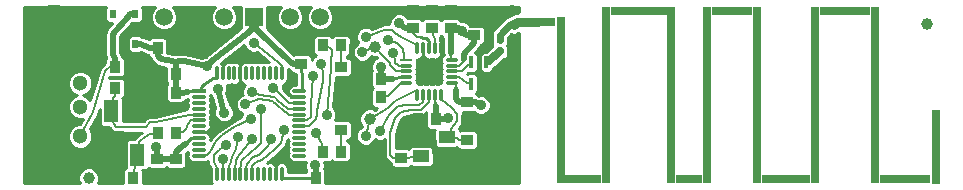
<source format=gtl>
G04 (created by PCBNEW (2013-07-07 BZR 4022)-stable) date 24/11/2014 17:48:06*
%MOIN*%
G04 Gerber Fmt 3.4, Leading zero omitted, Abs format*
%FSLAX34Y34*%
G01*
G70*
G90*
G04 APERTURE LIST*
%ADD10C,0.00590551*%
%ADD11C,0.0394*%
%ADD12R,0.02X0.03*%
%ADD13R,0.0433071X0.0110236*%
%ADD14O,0.0433071X0.0110236*%
%ADD15O,0.0110236X0.0433071*%
%ADD16R,0.0433071X0.0433071*%
%ADD17R,0.023622X0.023622*%
%ADD18R,0.0551181X0.0393701*%
%ADD19R,0.0137795X0.0393701*%
%ADD20R,0.11685X0.0314961*%
%ADD21R,0.120394X0.0314961*%
%ADD22R,0.185X0.0314961*%
%ADD23R,0.0872441X0.0314961*%
%ADD24R,0.135748X0.0314961*%
%ADD25R,0.161457X0.0314961*%
%ADD26R,0.169134X0.0314961*%
%ADD27R,0.0314961X0.556142*%
%ADD28R,0.0314961X0.590551*%
%ADD29R,0.0314961X0.245984*%
%ADD30R,0.170472X0.0314961*%
%ADD31R,0.035X0.04*%
%ADD32R,0.0472X0.0118*%
%ADD33O,0.0472X0.0118*%
%ADD34O,0.0118X0.0472*%
%ADD35C,0.0393701*%
%ADD36R,0.0472X0.0748*%
%ADD37R,0.0590551X0.0590551*%
%ADD38C,0.0590551*%
%ADD39R,0.04X0.035*%
%ADD40C,0.129921*%
%ADD41C,0.0511811*%
%ADD42C,0.0629921*%
%ADD43C,0.0354331*%
%ADD44C,0.019685*%
%ADD45C,0.00984252*%
%ADD46C,0.00787402*%
%ADD47C,0.015748*%
%ADD48C,0.0314961*%
%ADD49C,0.023622*%
%ADD50C,0.0275591*%
G04 APERTURE END LIST*
G54D10*
G54D11*
X88691Y-69645D03*
X88503Y-72047D03*
G54D12*
X79939Y-69555D03*
X80689Y-69555D03*
X79939Y-68555D03*
X80314Y-69555D03*
X80689Y-68555D03*
G54D13*
X89712Y-70078D03*
G54D14*
X89712Y-70275D03*
X89712Y-70472D03*
X89712Y-70669D03*
X89712Y-70866D03*
G54D15*
X90086Y-71240D03*
X90283Y-71240D03*
X90479Y-71240D03*
X90676Y-71240D03*
X90873Y-71240D03*
G54D14*
X91247Y-70866D03*
X91247Y-70669D03*
X91247Y-70472D03*
X91247Y-70275D03*
X91247Y-70078D03*
G54D15*
X90873Y-69704D03*
X90676Y-69704D03*
X90479Y-69704D03*
X90283Y-69704D03*
X90086Y-69704D03*
G54D16*
X90263Y-70255D03*
X90696Y-70255D03*
X90263Y-70688D03*
X90696Y-70688D03*
G54D17*
X92834Y-69409D03*
X92834Y-69803D03*
G54D18*
X90220Y-73295D03*
X91086Y-73295D03*
X91086Y-72665D03*
X90220Y-72665D03*
G54D17*
X93307Y-68937D03*
X93307Y-69330D03*
G54D19*
X92395Y-70172D03*
X92139Y-70172D03*
X91883Y-70172D03*
X91883Y-70881D03*
X92139Y-70881D03*
X92395Y-70881D03*
G54D20*
X94127Y-68808D03*
G54D21*
X95628Y-74055D03*
G54D22*
X97470Y-68464D03*
G54D23*
X99146Y-74055D03*
G54D24*
X100576Y-68464D03*
G54D25*
X102377Y-74055D03*
G54D26*
X104345Y-68464D03*
G54D27*
X94869Y-71431D03*
G54D28*
X96388Y-71259D03*
X98553Y-71259D03*
X99740Y-71259D03*
X101412Y-71259D03*
X103342Y-71259D03*
X105348Y-71259D03*
G54D29*
X107368Y-72982D03*
G54D30*
X106358Y-74055D03*
G54D31*
X82032Y-70551D03*
X81432Y-70551D03*
X80614Y-74015D03*
X80014Y-74015D03*
G54D32*
X82815Y-71121D03*
G54D33*
X82815Y-71317D03*
X82815Y-71514D03*
X82815Y-71711D03*
X82815Y-71908D03*
X82815Y-72105D03*
X82815Y-72302D03*
X82815Y-72499D03*
X82815Y-72695D03*
X82815Y-72892D03*
X82815Y-73089D03*
X82814Y-73286D03*
G54D34*
X83407Y-73877D03*
X83603Y-73877D03*
X83800Y-73877D03*
X83997Y-73877D03*
X84194Y-73877D03*
X84391Y-73877D03*
X84588Y-73877D03*
X84784Y-73877D03*
X84981Y-73877D03*
X85178Y-73877D03*
X85374Y-73877D03*
X85571Y-73877D03*
G54D33*
X86162Y-73287D03*
X86162Y-73090D03*
X86162Y-72893D03*
X86162Y-72696D03*
X86162Y-72499D03*
X86162Y-72302D03*
X86162Y-72105D03*
X86162Y-71909D03*
X86162Y-71712D03*
X86162Y-71515D03*
X86162Y-71318D03*
X86162Y-71121D03*
G54D34*
X85571Y-70531D03*
X85374Y-70531D03*
X85177Y-70531D03*
X84980Y-70531D03*
X84783Y-70531D03*
X84586Y-70531D03*
X84390Y-70531D03*
X84193Y-70531D03*
X83996Y-70531D03*
X83799Y-70531D03*
X83602Y-70531D03*
X83405Y-70531D03*
G54D35*
X107086Y-68897D03*
X79133Y-74015D03*
G54D36*
X79881Y-71791D03*
X79881Y-73247D03*
X80747Y-73247D03*
X80747Y-71791D03*
G54D31*
X80014Y-71023D03*
X80614Y-71023D03*
X80014Y-70314D03*
X80614Y-70314D03*
G54D37*
X84649Y-68661D03*
G54D38*
X83649Y-68661D03*
X82649Y-68661D03*
X81649Y-68661D03*
G54D37*
X87850Y-68661D03*
G54D38*
X86850Y-68661D03*
X85850Y-68661D03*
G54D39*
X90574Y-69028D03*
X90574Y-68428D03*
G54D31*
X86944Y-69606D03*
X87544Y-69606D03*
X86944Y-73149D03*
X87544Y-73149D03*
X82032Y-72519D03*
X81432Y-72519D03*
G54D39*
X87559Y-70329D03*
X87559Y-70929D03*
G54D31*
X88882Y-70708D03*
X88282Y-70708D03*
X86707Y-74015D03*
X87307Y-74015D03*
X82032Y-71181D03*
X81432Y-71181D03*
G54D39*
X81417Y-73400D03*
X81417Y-74000D03*
X82047Y-73400D03*
X82047Y-74000D03*
X91755Y-72759D03*
X91755Y-73359D03*
X89551Y-73359D03*
X89551Y-72759D03*
X89944Y-69028D03*
X89944Y-68428D03*
G54D31*
X90717Y-72064D03*
X90117Y-72064D03*
X81432Y-69685D03*
X82032Y-69685D03*
G54D39*
X91755Y-71499D03*
X91755Y-72099D03*
X91991Y-69265D03*
X91991Y-68665D03*
X91204Y-69028D03*
X91204Y-68428D03*
G54D31*
X88882Y-71338D03*
X88282Y-71338D03*
G54D39*
X86220Y-70221D03*
X86220Y-69621D03*
X87559Y-72425D03*
X87559Y-71825D03*
G54D40*
X77992Y-68897D03*
X77992Y-73622D03*
G54D41*
X78858Y-72637D03*
X78858Y-71653D03*
X78858Y-70866D03*
X78858Y-69881D03*
G54D42*
X77874Y-70354D03*
X77874Y-71968D03*
G54D43*
X91111Y-72008D03*
X92211Y-71595D03*
X91588Y-69129D03*
X88876Y-70309D03*
X89488Y-68860D03*
X86685Y-73606D03*
X81367Y-72989D03*
X83653Y-71843D03*
X83436Y-71040D03*
X83088Y-70304D03*
X88858Y-72448D03*
X83597Y-73382D03*
X88371Y-72616D03*
X83727Y-72935D03*
X88252Y-69824D03*
X84539Y-72045D03*
X89267Y-69863D03*
X84573Y-72719D03*
X88374Y-69310D03*
X84886Y-71729D03*
X89118Y-69414D03*
X84122Y-72670D03*
X85213Y-72707D03*
X86697Y-72531D03*
X85644Y-72431D03*
X87069Y-71913D03*
X84649Y-69524D03*
X85296Y-71026D03*
X86598Y-70637D03*
X86866Y-70222D03*
X84362Y-71557D03*
X84586Y-71142D03*
X87701Y-71338D03*
X92519Y-68503D03*
X88582Y-74015D03*
X89566Y-74015D03*
X90551Y-74015D03*
X91535Y-74015D03*
X92519Y-72047D03*
X92519Y-73031D03*
X92519Y-74015D03*
X93307Y-74015D03*
X93307Y-73031D03*
X93307Y-72047D03*
X93307Y-71062D03*
X92298Y-69698D03*
X93237Y-68408D03*
X93248Y-69704D03*
X89686Y-72163D03*
X81239Y-71827D03*
X79993Y-72635D03*
X82503Y-73930D03*
X84066Y-70000D03*
X83326Y-72184D03*
X87674Y-73644D03*
X85669Y-73385D03*
X85764Y-69520D03*
X92720Y-71017D03*
X85918Y-70767D03*
G54D44*
X84570Y-68858D02*
X84649Y-68661D01*
X84570Y-68956D02*
X84570Y-68858D01*
X84570Y-69046D02*
X84570Y-68956D01*
X84444Y-69173D02*
X84570Y-69046D01*
X83291Y-70079D02*
X84444Y-69173D01*
X83129Y-70240D02*
X83291Y-70079D01*
X83088Y-70304D02*
X83129Y-70240D01*
G54D45*
X89469Y-70669D02*
X89234Y-70717D01*
X89550Y-70669D02*
X89469Y-70669D01*
X89712Y-70669D02*
X89550Y-70669D01*
G54D44*
X91204Y-69105D02*
X91204Y-69028D01*
X91204Y-69203D02*
X91204Y-69105D01*
X91204Y-69846D02*
X91204Y-69203D01*
G54D45*
X85571Y-74015D02*
X85571Y-73877D01*
X86532Y-74015D02*
X85571Y-74015D01*
X86582Y-74015D02*
X86532Y-74015D01*
X86707Y-74015D02*
X86582Y-74015D01*
G54D44*
X80691Y-69555D02*
X80689Y-69555D01*
X80789Y-69555D02*
X80691Y-69555D01*
X80852Y-69555D02*
X80789Y-69555D01*
X81174Y-69685D02*
X80852Y-69555D01*
X81257Y-69685D02*
X81174Y-69685D01*
X81355Y-69685D02*
X81257Y-69685D01*
X81432Y-69685D02*
X81355Y-69685D01*
G54D46*
X91605Y-70160D02*
X91641Y-70052D01*
X91490Y-70275D02*
X91605Y-70160D01*
X91409Y-70275D02*
X91490Y-70275D01*
X91247Y-70275D02*
X91409Y-70275D01*
G54D45*
X86258Y-71121D02*
X86162Y-71121D01*
X86258Y-70626D02*
X86258Y-71121D01*
X86220Y-70396D02*
X86258Y-70626D01*
X86220Y-70347D02*
X86220Y-70396D01*
X86220Y-70221D02*
X86220Y-70347D01*
G54D44*
X86118Y-70221D02*
X86220Y-70221D01*
X86020Y-70221D02*
X86118Y-70221D01*
X85947Y-70221D02*
X86020Y-70221D01*
X85601Y-69913D02*
X85947Y-70221D01*
X84855Y-69173D02*
X85601Y-69913D01*
X84728Y-69046D02*
X84855Y-69173D01*
X84728Y-68956D02*
X84728Y-69046D01*
X84728Y-68858D02*
X84728Y-68956D01*
X84649Y-68661D02*
X84728Y-68858D01*
G54D45*
X82883Y-71111D02*
X82815Y-71121D01*
X82883Y-71062D02*
X82883Y-71111D01*
X82883Y-70993D02*
X82883Y-71062D01*
X82981Y-70895D02*
X82883Y-70993D01*
X83293Y-70696D02*
X82981Y-70895D01*
X83405Y-70696D02*
X83293Y-70696D01*
X83405Y-70531D02*
X83405Y-70696D01*
G54D44*
X91639Y-70048D02*
X91641Y-70052D01*
X91639Y-69902D02*
X91639Y-70048D01*
X91939Y-69549D02*
X91639Y-69902D01*
X91973Y-69515D02*
X91939Y-69549D01*
X91991Y-69440D02*
X91973Y-69515D01*
X91991Y-69341D02*
X91991Y-69440D01*
X91991Y-69265D02*
X91991Y-69341D01*
X88882Y-70436D02*
X88876Y-70309D01*
X88882Y-70508D02*
X88882Y-70436D01*
X88882Y-70607D02*
X88882Y-70508D01*
X88882Y-70708D02*
X88882Y-70607D01*
G54D46*
X89944Y-69164D02*
X89944Y-69028D01*
X89944Y-69203D02*
X89944Y-69164D01*
X90091Y-69331D02*
X89944Y-69203D01*
X90193Y-69331D02*
X90091Y-69331D01*
G54D45*
X90315Y-69346D02*
X90193Y-69331D01*
X90364Y-69346D02*
X90315Y-69346D01*
X90479Y-69461D02*
X90364Y-69346D01*
X90479Y-69543D02*
X90479Y-69461D01*
X90479Y-69704D02*
X90479Y-69543D01*
G54D44*
X81518Y-73400D02*
X81417Y-73400D01*
X81617Y-73400D02*
X81518Y-73400D01*
X81847Y-73400D02*
X81617Y-73400D01*
X81945Y-73400D02*
X81847Y-73400D01*
X82047Y-73400D02*
X81945Y-73400D01*
X82032Y-70351D02*
X82032Y-70173D01*
X82032Y-70449D02*
X82032Y-70351D01*
X82032Y-70551D02*
X82032Y-70449D01*
G54D45*
X82557Y-71121D02*
X82402Y-71147D01*
X82579Y-71121D02*
X82557Y-71121D01*
X82628Y-71121D02*
X82579Y-71121D01*
X82815Y-71121D02*
X82628Y-71121D01*
G54D44*
X90717Y-71791D02*
X90711Y-71635D01*
X90717Y-71864D02*
X90717Y-71791D01*
X90717Y-71962D02*
X90717Y-71864D01*
X90717Y-72064D02*
X90717Y-71962D01*
X82108Y-71181D02*
X82032Y-71181D01*
X82207Y-71181D02*
X82108Y-71181D01*
X82290Y-71181D02*
X82207Y-71181D01*
X82402Y-71147D02*
X82290Y-71181D01*
X91380Y-71397D02*
X91380Y-71098D01*
X91483Y-71499D02*
X91380Y-71397D01*
X91555Y-71499D02*
X91483Y-71499D01*
X91654Y-71499D02*
X91555Y-71499D01*
X91755Y-71499D02*
X91654Y-71499D01*
X90793Y-72064D02*
X90717Y-72064D01*
X90892Y-72064D02*
X90793Y-72064D01*
X90975Y-72064D02*
X90892Y-72064D01*
X91111Y-72008D02*
X90975Y-72064D01*
X83653Y-71843D02*
X83436Y-71040D01*
G54D46*
X90676Y-71483D02*
X90711Y-71635D01*
X90676Y-71401D02*
X90676Y-71483D01*
X90676Y-71240D02*
X90676Y-71401D01*
G54D44*
X91890Y-69265D02*
X91991Y-69265D01*
X91791Y-69265D02*
X91890Y-69265D01*
X91719Y-69265D02*
X91791Y-69265D01*
X91616Y-69162D02*
X91719Y-69265D01*
X91588Y-69129D02*
X91616Y-69162D01*
X91306Y-69028D02*
X91204Y-69028D01*
X91404Y-69028D02*
X91306Y-69028D01*
X91477Y-69028D02*
X91404Y-69028D01*
X91588Y-69129D02*
X91477Y-69028D01*
X81432Y-69786D02*
X81432Y-69685D01*
X81432Y-69885D02*
X81432Y-69786D01*
X81432Y-69957D02*
X81432Y-69885D01*
X81534Y-70060D02*
X81432Y-69957D01*
X81947Y-70134D02*
X81534Y-70060D01*
X82032Y-70173D02*
X81947Y-70134D01*
X89843Y-69028D02*
X89944Y-69028D01*
X89744Y-69028D02*
X89843Y-69028D01*
X89672Y-69028D02*
X89744Y-69028D01*
X89488Y-68860D02*
X89672Y-69028D01*
X81417Y-73142D02*
X81367Y-72989D01*
X81417Y-73225D02*
X81417Y-73142D01*
X81417Y-73324D02*
X81417Y-73225D01*
X81417Y-73400D02*
X81417Y-73324D01*
X86707Y-73743D02*
X86685Y-73606D01*
X86707Y-73815D02*
X86707Y-73743D01*
X86707Y-73914D02*
X86707Y-73815D01*
X86707Y-74015D02*
X86707Y-73914D01*
X82297Y-70134D02*
X83088Y-70304D01*
X82117Y-70134D02*
X82297Y-70134D01*
X82032Y-70173D02*
X82117Y-70134D01*
X82297Y-72936D02*
X82362Y-72884D01*
X82164Y-73025D02*
X82297Y-72936D01*
X82047Y-73142D02*
X82164Y-73025D01*
X82047Y-73225D02*
X82047Y-73142D01*
X82047Y-73324D02*
X82047Y-73225D01*
X82047Y-73400D02*
X82047Y-73324D01*
X91857Y-71499D02*
X91755Y-71499D01*
X91955Y-71499D02*
X91857Y-71499D01*
X92028Y-71499D02*
X91955Y-71499D01*
X92211Y-71595D02*
X92028Y-71499D01*
G54D45*
X82556Y-72695D02*
X82362Y-72884D01*
X82638Y-72695D02*
X82556Y-72695D01*
X82815Y-72695D02*
X82638Y-72695D01*
G54D44*
X82032Y-71079D02*
X82032Y-71181D01*
X82032Y-70981D02*
X82032Y-71079D01*
X82032Y-70751D02*
X82032Y-70981D01*
X82032Y-70652D02*
X82032Y-70751D01*
X82032Y-70551D02*
X82032Y-70652D01*
X88959Y-70708D02*
X88882Y-70708D01*
X89057Y-70708D02*
X88959Y-70708D01*
X89140Y-70708D02*
X89057Y-70708D01*
X89234Y-70717D02*
X89140Y-70708D01*
G54D46*
X91380Y-70866D02*
X91247Y-70866D01*
X91380Y-71098D02*
X91380Y-70866D01*
X91204Y-70078D02*
X91204Y-69846D01*
X91247Y-70078D02*
X91204Y-70078D01*
G54D45*
X89350Y-70693D02*
X89263Y-70756D01*
X89350Y-70693D02*
X89245Y-70669D01*
G54D46*
X91605Y-70160D02*
X91583Y-70066D01*
X91605Y-70160D02*
X91679Y-70097D01*
G54D45*
X82518Y-71128D02*
X82429Y-71188D01*
X82518Y-71128D02*
X82414Y-71100D01*
G54D46*
X90680Y-71497D02*
X90758Y-71600D01*
X90680Y-71497D02*
X90653Y-71623D01*
G54D45*
X82447Y-72801D02*
X82408Y-72901D01*
X82447Y-72801D02*
X82346Y-72837D01*
G54D46*
X91380Y-70956D02*
X91434Y-71073D01*
X91380Y-70956D02*
X91327Y-71073D01*
X91204Y-69988D02*
X91150Y-69871D01*
X91204Y-69988D02*
X91258Y-69871D01*
X79271Y-71825D02*
X78858Y-72637D01*
X79682Y-70449D02*
X79271Y-71825D01*
X79774Y-70357D02*
X79682Y-70449D01*
X79839Y-70314D02*
X79774Y-70357D01*
X79879Y-70314D02*
X79839Y-70314D01*
X80014Y-70314D02*
X79879Y-70314D01*
G54D44*
X80688Y-68555D02*
X80689Y-68555D01*
X80589Y-68555D02*
X80688Y-68555D01*
X80527Y-68555D02*
X80589Y-68555D01*
X80439Y-68642D02*
X80527Y-68555D01*
X79939Y-69208D02*
X80439Y-68642D01*
X79939Y-69405D02*
X79939Y-69208D01*
X79939Y-69503D02*
X79939Y-69405D01*
X79939Y-69555D02*
X79939Y-69503D01*
X79939Y-69606D02*
X79939Y-69555D01*
X79939Y-69705D02*
X79939Y-69606D01*
X79939Y-69901D02*
X79939Y-69705D01*
X80014Y-70042D02*
X79939Y-69901D01*
X80014Y-70114D02*
X80014Y-70042D01*
X80014Y-70213D02*
X80014Y-70114D01*
X80014Y-70314D02*
X80014Y-70213D01*
G54D46*
X83603Y-73700D02*
X83603Y-73877D01*
X83603Y-73619D02*
X83603Y-73700D01*
X83597Y-73382D02*
X83603Y-73619D01*
X89160Y-71937D02*
X88858Y-72448D01*
X89460Y-71637D02*
X89160Y-71937D01*
X89473Y-71631D02*
X89460Y-71637D01*
X89702Y-71594D02*
X89473Y-71631D01*
X89824Y-71579D02*
X89702Y-71594D01*
X90159Y-71579D02*
X89824Y-71579D01*
X90264Y-71475D02*
X90159Y-71579D01*
X90283Y-71401D02*
X90264Y-71475D01*
X90283Y-71240D02*
X90283Y-71401D01*
X90086Y-71078D02*
X90086Y-71240D01*
X89349Y-71470D02*
X90086Y-71078D01*
X89122Y-71696D02*
X89349Y-71470D01*
X88503Y-72047D02*
X89122Y-71696D01*
X83407Y-73700D02*
X83407Y-73877D01*
X83300Y-73505D02*
X83407Y-73700D01*
X83300Y-73259D02*
X83300Y-73505D01*
X83474Y-73085D02*
X83300Y-73259D01*
X83727Y-72935D02*
X83474Y-73085D01*
X88503Y-72047D02*
X88371Y-72616D01*
X82991Y-73286D02*
X82814Y-73286D01*
X83066Y-73268D02*
X82991Y-73286D01*
X83171Y-73163D02*
X83066Y-73268D01*
X83392Y-72797D02*
X83171Y-73163D01*
X83588Y-72601D02*
X83392Y-72797D01*
X83983Y-72335D02*
X83588Y-72601D01*
X84539Y-72045D02*
X83983Y-72335D01*
X88691Y-69645D02*
X88252Y-69824D01*
X88971Y-69986D02*
X88691Y-69645D01*
X89172Y-70187D02*
X88971Y-69986D01*
X89187Y-70261D02*
X89172Y-70187D01*
X89368Y-70441D02*
X89187Y-70261D01*
X89411Y-70472D02*
X89368Y-70441D01*
X89550Y-70472D02*
X89411Y-70472D01*
X89712Y-70472D02*
X89550Y-70472D01*
X83997Y-73700D02*
X83997Y-73877D01*
X84011Y-73625D02*
X83997Y-73700D01*
X84053Y-73571D02*
X84011Y-73625D01*
X84053Y-73448D02*
X84053Y-73571D01*
X84089Y-73362D02*
X84053Y-73448D01*
X84573Y-72719D02*
X84089Y-73362D01*
X89340Y-70087D02*
X89267Y-69863D01*
X89361Y-70109D02*
X89340Y-70087D01*
X89361Y-70189D02*
X89361Y-70109D01*
X89440Y-70267D02*
X89361Y-70189D01*
X89492Y-70275D02*
X89440Y-70267D01*
X89550Y-70275D02*
X89492Y-70275D01*
X89712Y-70275D02*
X89550Y-70275D01*
X84194Y-73700D02*
X84194Y-73877D01*
X84212Y-73611D02*
X84194Y-73700D01*
X84212Y-73480D02*
X84212Y-73611D01*
X84224Y-73452D02*
X84212Y-73480D01*
X84535Y-73140D02*
X84224Y-73452D01*
X84706Y-73038D02*
X84535Y-73140D01*
X84893Y-72851D02*
X84706Y-73038D01*
X84893Y-72586D02*
X84893Y-72851D01*
X84886Y-71729D02*
X84893Y-72586D01*
X88983Y-69087D02*
X88374Y-69310D01*
X89254Y-69087D02*
X88983Y-69087D01*
X89353Y-69186D02*
X89254Y-69087D01*
X89549Y-69326D02*
X89353Y-69186D01*
X90004Y-69543D02*
X89549Y-69326D01*
X90086Y-69543D02*
X90004Y-69543D01*
X90086Y-69704D02*
X90086Y-69543D01*
X89406Y-69529D02*
X89118Y-69414D01*
X89602Y-69725D02*
X89406Y-69529D01*
X89653Y-69958D02*
X89602Y-69725D01*
X89653Y-70023D02*
X89653Y-69958D01*
X89653Y-70062D02*
X89653Y-70023D01*
X89712Y-70078D02*
X89653Y-70062D01*
X83800Y-73700D02*
X83800Y-73877D01*
X83802Y-73620D02*
X83800Y-73700D01*
X83848Y-73557D02*
X83802Y-73620D01*
X83894Y-73505D02*
X83848Y-73557D01*
X83894Y-73416D02*
X83894Y-73505D01*
X83954Y-73272D02*
X83894Y-73416D01*
X84053Y-73070D02*
X83954Y-73272D01*
X84122Y-72670D02*
X84053Y-73070D01*
X84391Y-73700D02*
X84391Y-73877D01*
X84401Y-73542D02*
X84391Y-73700D01*
X84625Y-73318D02*
X84401Y-73542D01*
X84799Y-73245D02*
X84625Y-73318D01*
X85099Y-72944D02*
X84799Y-73245D01*
X85213Y-72707D02*
X85099Y-72944D01*
X86926Y-72884D02*
X86697Y-72531D01*
X86926Y-72949D02*
X86926Y-72884D01*
X86926Y-72988D02*
X86926Y-72949D01*
X86944Y-73149D02*
X86926Y-72988D01*
X87079Y-69648D02*
X86944Y-69606D01*
X87119Y-69648D02*
X87079Y-69648D01*
X87170Y-69681D02*
X87119Y-69648D01*
X87244Y-69754D02*
X87170Y-69681D01*
X87244Y-69858D02*
X87244Y-69754D01*
X87201Y-70089D02*
X87244Y-69858D01*
X87201Y-70361D02*
X87201Y-70089D01*
X87069Y-71913D02*
X87201Y-70361D01*
X85547Y-72846D02*
X85644Y-72431D01*
X85351Y-73042D02*
X85547Y-72846D01*
X84910Y-73412D02*
X85351Y-73042D01*
X84702Y-73504D02*
X84910Y-73412D01*
X84588Y-73619D02*
X84702Y-73504D01*
X84588Y-73700D02*
X84588Y-73619D01*
X84588Y-73877D02*
X84588Y-73700D01*
X91409Y-70669D02*
X91247Y-70669D01*
X91490Y-70669D02*
X91409Y-70669D01*
X91749Y-70841D02*
X91490Y-70669D01*
X91814Y-70841D02*
X91749Y-70841D01*
X91854Y-70841D02*
X91814Y-70841D01*
X91883Y-70881D02*
X91854Y-70841D01*
X91409Y-70472D02*
X91247Y-70472D01*
X91531Y-70472D02*
X91409Y-70472D01*
X91566Y-70459D02*
X91531Y-70472D01*
X91814Y-70211D02*
X91566Y-70459D01*
X91854Y-70211D02*
X91814Y-70211D01*
X91883Y-70172D02*
X91854Y-70211D01*
X85455Y-70157D02*
X84649Y-69524D01*
X85571Y-70273D02*
X85455Y-70157D01*
X85571Y-70354D02*
X85571Y-70273D01*
X85571Y-70531D02*
X85571Y-70354D01*
X85985Y-71515D02*
X86162Y-71515D01*
X85822Y-71515D02*
X85985Y-71515D01*
X85428Y-71139D02*
X85822Y-71515D01*
X85296Y-71026D02*
X85428Y-71139D01*
X86339Y-72105D02*
X86162Y-72105D01*
X86420Y-72105D02*
X86339Y-72105D01*
X86535Y-71990D02*
X86420Y-72105D01*
X86549Y-71799D02*
X86535Y-71990D01*
X86549Y-71702D02*
X86549Y-71799D01*
X86555Y-71605D02*
X86549Y-71702D01*
X86598Y-70637D02*
X86555Y-71605D01*
X86339Y-72302D02*
X86162Y-72302D01*
X86420Y-72302D02*
X86339Y-72302D01*
X86495Y-72286D02*
X86420Y-72302D01*
X86715Y-72065D02*
X86495Y-72286D01*
X86740Y-71879D02*
X86715Y-72065D01*
X86740Y-71776D02*
X86740Y-71879D01*
X86932Y-70775D02*
X86740Y-71776D01*
X86932Y-70498D02*
X86932Y-70775D01*
X86866Y-70222D02*
X86932Y-70498D01*
X85334Y-71517D02*
X85685Y-71820D01*
X85334Y-71517D02*
X85334Y-71517D01*
X85332Y-71516D02*
X85334Y-71517D01*
X85332Y-71516D02*
X85332Y-71516D01*
X85328Y-71512D02*
X85332Y-71516D01*
X85328Y-71512D02*
X85328Y-71512D01*
X85327Y-71511D02*
X85328Y-71512D01*
X85327Y-71511D02*
X85327Y-71511D01*
X85285Y-71469D02*
X85327Y-71511D01*
X85285Y-71469D02*
X85285Y-71469D01*
X84824Y-71398D02*
X85285Y-71469D01*
X85985Y-71909D02*
X86162Y-71909D01*
X85903Y-71909D02*
X85985Y-71909D01*
X85822Y-71909D02*
X85903Y-71909D01*
X85702Y-71837D02*
X85822Y-71909D01*
X85685Y-71820D02*
X85702Y-71837D01*
X84362Y-71557D02*
X84824Y-71398D01*
X85424Y-71413D02*
X85775Y-71716D01*
X85424Y-71413D02*
X85424Y-71413D01*
X85383Y-71372D02*
X85424Y-71413D01*
X85383Y-71372D02*
X85383Y-71372D01*
X85367Y-71356D02*
X85383Y-71372D01*
X85367Y-71356D02*
X85367Y-71356D01*
X85328Y-71336D02*
X85367Y-71356D01*
X85328Y-71336D02*
X85328Y-71336D01*
X85307Y-71333D02*
X85328Y-71336D01*
X85307Y-71333D02*
X85307Y-71333D01*
X84845Y-71262D02*
X85307Y-71333D01*
X85985Y-71712D02*
X86162Y-71712D01*
X85775Y-71716D02*
X85985Y-71712D01*
X84586Y-71142D02*
X84845Y-71262D01*
G54D44*
X88282Y-71338D02*
X87701Y-71338D01*
X87701Y-71338D02*
X87701Y-71338D01*
X93237Y-68408D02*
X92615Y-68408D01*
X92615Y-68408D02*
X92519Y-68503D01*
X92519Y-74015D02*
X91535Y-74015D01*
X88582Y-74015D02*
X88976Y-73622D01*
X90551Y-74015D02*
X89566Y-74015D01*
X92519Y-74015D02*
X92519Y-73031D01*
X93307Y-73031D02*
X93307Y-74015D01*
X93307Y-71062D02*
X93307Y-72047D01*
X89843Y-68428D02*
X89944Y-68428D01*
X89744Y-68428D02*
X89843Y-68428D01*
X89672Y-68428D02*
X89744Y-68428D01*
X88235Y-68582D02*
X89672Y-68428D01*
X88145Y-68582D02*
X88235Y-68582D01*
X88047Y-68582D02*
X88145Y-68582D01*
X87850Y-68661D02*
X88047Y-68582D01*
X87771Y-68858D02*
X87850Y-68661D01*
X87771Y-68956D02*
X87771Y-68858D01*
X87739Y-69033D02*
X87771Y-68956D01*
X87631Y-69141D02*
X87739Y-69033D01*
X87059Y-69173D02*
X87631Y-69141D01*
X86679Y-69189D02*
X87059Y-69173D01*
X86337Y-69246D02*
X86679Y-69189D01*
X86220Y-69363D02*
X86337Y-69246D01*
X86220Y-69446D02*
X86220Y-69363D01*
X86220Y-69544D02*
X86220Y-69446D01*
X86220Y-69621D02*
X86220Y-69544D01*
X92172Y-72494D02*
X92127Y-72173D01*
X92172Y-72844D02*
X92172Y-72494D01*
X92172Y-73024D02*
X92172Y-72844D01*
X92130Y-73257D02*
X92172Y-73024D01*
X92028Y-73359D02*
X92130Y-73257D01*
X91955Y-73359D02*
X92028Y-73359D01*
X91857Y-73359D02*
X91955Y-73359D01*
X91755Y-73359D02*
X91857Y-73359D01*
X81947Y-69268D02*
X81986Y-69297D01*
X80999Y-69188D02*
X81947Y-69268D01*
X80679Y-69188D02*
X80999Y-69188D01*
X80500Y-69188D02*
X80679Y-69188D01*
X80373Y-69305D02*
X80500Y-69188D01*
X80314Y-69363D02*
X80373Y-69305D01*
X80314Y-69405D02*
X80314Y-69363D01*
X80314Y-69503D02*
X80314Y-69405D01*
X80314Y-69555D02*
X80314Y-69503D01*
X90676Y-68428D02*
X90574Y-68428D01*
X90774Y-68428D02*
X90676Y-68428D01*
X91004Y-68428D02*
X90774Y-68428D01*
X91102Y-68428D02*
X91004Y-68428D01*
X91204Y-68428D02*
X91102Y-68428D01*
G54D47*
X90417Y-72665D02*
X90220Y-72665D01*
X90495Y-72665D02*
X90417Y-72665D01*
X90561Y-72705D02*
X90495Y-72665D01*
X90653Y-72797D02*
X90561Y-72705D01*
X90653Y-73164D02*
X90653Y-72797D01*
X90745Y-73256D02*
X90653Y-73164D01*
X90810Y-73295D02*
X90745Y-73256D01*
X90889Y-73295D02*
X90810Y-73295D01*
X91086Y-73295D02*
X90889Y-73295D01*
G54D44*
X87660Y-71825D02*
X87559Y-71825D01*
X87759Y-71825D02*
X87660Y-71825D01*
X87831Y-71825D02*
X87759Y-71825D01*
X87934Y-71928D02*
X87831Y-71825D01*
X87975Y-72161D02*
X87934Y-71928D01*
X87975Y-72511D02*
X87975Y-72161D01*
X87975Y-72690D02*
X87975Y-72511D01*
X87935Y-73439D02*
X87975Y-72690D01*
X87808Y-73566D02*
X87935Y-73439D01*
X87674Y-73644D02*
X87808Y-73566D01*
G54D45*
X84193Y-70354D02*
X84193Y-70531D01*
X84193Y-70273D02*
X84193Y-70354D01*
X84066Y-70000D02*
X84193Y-70273D01*
X85788Y-71040D02*
X85918Y-70767D01*
X85788Y-71203D02*
X85788Y-71040D01*
X85903Y-71318D02*
X85788Y-71203D01*
X85985Y-71318D02*
X85903Y-71318D01*
X86162Y-71318D02*
X85985Y-71318D01*
G54D44*
X91306Y-68428D02*
X91204Y-68428D01*
X91404Y-68428D02*
X91306Y-68428D01*
X91477Y-68428D02*
X91404Y-68428D01*
X91719Y-68665D02*
X91477Y-68428D01*
X91791Y-68665D02*
X91719Y-68665D01*
X91890Y-68665D02*
X91791Y-68665D01*
X91991Y-68665D02*
X91890Y-68665D01*
X82032Y-69583D02*
X82032Y-69685D01*
X82032Y-69485D02*
X82032Y-69583D01*
X82032Y-69412D02*
X82032Y-69485D01*
X81986Y-69297D02*
X82032Y-69412D01*
X80614Y-70416D02*
X80614Y-70314D01*
X80614Y-70514D02*
X80614Y-70416D01*
X80614Y-70823D02*
X80614Y-70514D01*
X80614Y-70922D02*
X80614Y-70823D01*
X80614Y-71023D02*
X80614Y-70922D01*
X92028Y-72099D02*
X92127Y-72173D01*
X91955Y-72099D02*
X92028Y-72099D01*
X91857Y-72099D02*
X91955Y-72099D01*
X91755Y-72099D02*
X91857Y-72099D01*
X87929Y-68858D02*
X87850Y-68661D01*
X87929Y-68956D02*
X87929Y-68858D01*
X87935Y-69316D02*
X87929Y-68956D01*
X87935Y-69496D02*
X87935Y-69316D01*
X87911Y-69643D02*
X87935Y-69496D01*
X87897Y-69677D02*
X87911Y-69643D01*
X87897Y-69971D02*
X87897Y-69677D01*
X88282Y-70436D02*
X87897Y-69971D01*
X88282Y-70508D02*
X88282Y-70436D01*
X88282Y-70607D02*
X88282Y-70508D01*
X88282Y-70708D02*
X88282Y-70607D01*
X80314Y-69606D02*
X80314Y-69555D01*
X80314Y-69705D02*
X80314Y-69606D01*
X80314Y-69746D02*
X80314Y-69705D01*
X80373Y-69805D02*
X80314Y-69746D01*
X80512Y-69939D02*
X80373Y-69805D01*
X80614Y-70042D02*
X80512Y-69939D01*
X80614Y-70114D02*
X80614Y-70042D01*
X80614Y-70213D02*
X80614Y-70114D01*
X80614Y-70314D02*
X80614Y-70213D01*
X81945Y-74000D02*
X82047Y-74000D01*
X81847Y-74000D02*
X81945Y-74000D01*
X81617Y-74000D02*
X81847Y-74000D01*
X81518Y-74000D02*
X81617Y-74000D01*
X81417Y-74000D02*
X81518Y-74000D01*
G54D46*
X92366Y-70881D02*
X92395Y-70881D01*
X92326Y-70881D02*
X92366Y-70881D01*
X92208Y-70881D02*
X92326Y-70881D01*
X92169Y-70881D02*
X92208Y-70881D01*
X92139Y-70881D02*
X92169Y-70881D01*
G54D44*
X89551Y-72682D02*
X89551Y-72759D01*
X89551Y-72584D02*
X89551Y-72682D01*
X89551Y-72501D02*
X89551Y-72584D01*
X89686Y-72163D02*
X89551Y-72501D01*
X93307Y-69350D02*
X93307Y-69330D01*
X93307Y-69448D02*
X93307Y-69350D01*
X93307Y-69497D02*
X93307Y-69448D01*
X93248Y-69704D02*
X93307Y-69497D01*
X92093Y-68665D02*
X91991Y-68665D01*
X92191Y-68665D02*
X92093Y-68665D01*
X92264Y-68665D02*
X92191Y-68665D01*
X92437Y-68822D02*
X92264Y-68665D01*
X80983Y-71827D02*
X81239Y-71827D01*
X80885Y-71827D02*
X80983Y-71827D01*
X80747Y-71791D02*
X80885Y-71827D01*
X92408Y-69529D02*
X92298Y-69698D01*
X92437Y-68822D02*
X92408Y-69529D01*
X92605Y-71759D02*
X92720Y-71017D01*
X92374Y-71989D02*
X92605Y-71759D01*
X92127Y-72173D02*
X92374Y-71989D01*
X93237Y-68408D02*
X92437Y-68822D01*
X82649Y-68661D02*
X81986Y-69297D01*
X87559Y-71006D02*
X87559Y-70929D01*
X87559Y-71104D02*
X87559Y-71006D01*
X87559Y-71187D02*
X87559Y-71104D01*
X87715Y-71353D02*
X87559Y-71187D01*
G54D45*
X83717Y-70157D02*
X84066Y-70000D01*
X83602Y-70273D02*
X83717Y-70157D01*
X83602Y-70354D02*
X83602Y-70273D01*
X83602Y-70531D02*
X83602Y-70354D01*
X85374Y-73700D02*
X85374Y-73877D01*
X85374Y-73619D02*
X85374Y-73700D01*
X85489Y-73503D02*
X85374Y-73619D01*
X85669Y-73385D02*
X85489Y-73503D01*
G54D44*
X87559Y-71568D02*
X87715Y-71353D01*
X87559Y-71650D02*
X87559Y-71568D01*
X87559Y-71749D02*
X87559Y-71650D01*
X87559Y-71825D02*
X87559Y-71749D01*
X88024Y-71338D02*
X87715Y-71353D01*
X88107Y-71338D02*
X88024Y-71338D01*
X88206Y-71338D02*
X88107Y-71338D01*
X88282Y-71338D02*
X88206Y-71338D01*
X81432Y-71079D02*
X81432Y-71181D01*
X81432Y-70981D02*
X81432Y-71079D01*
X81432Y-70751D02*
X81432Y-70981D01*
X81432Y-70652D02*
X81432Y-70751D01*
X81432Y-70551D02*
X81432Y-70652D01*
X88282Y-70810D02*
X88282Y-70708D01*
X88282Y-70908D02*
X88282Y-70810D01*
X88282Y-71138D02*
X88282Y-70908D01*
X88282Y-71237D02*
X88282Y-71138D01*
X88282Y-71338D02*
X88282Y-71237D01*
X80728Y-71516D02*
X80747Y-71791D01*
X80728Y-71417D02*
X80728Y-71516D01*
X80678Y-71348D02*
X80728Y-71417D01*
X80623Y-71292D02*
X80678Y-71348D01*
X80614Y-71223D02*
X80623Y-71292D01*
X80614Y-71125D02*
X80614Y-71223D01*
X80614Y-71023D02*
X80614Y-71125D01*
G54D45*
X82992Y-72499D02*
X82815Y-72499D01*
X83073Y-72499D02*
X82992Y-72499D01*
X83189Y-72384D02*
X83073Y-72499D01*
X83326Y-72184D02*
X83189Y-72384D01*
G54D44*
X82319Y-74000D02*
X82503Y-73930D01*
X82247Y-74000D02*
X82319Y-74000D01*
X82148Y-74000D02*
X82247Y-74000D01*
X82047Y-74000D02*
X82148Y-74000D01*
X93169Y-70010D02*
X93248Y-69704D01*
X92720Y-71017D02*
X93169Y-70010D01*
X80014Y-73914D02*
X80014Y-74015D01*
X80014Y-73815D02*
X80014Y-73914D01*
X80006Y-73746D02*
X80014Y-73815D01*
X79951Y-73690D02*
X80006Y-73746D01*
X79901Y-73621D02*
X79951Y-73690D01*
X79901Y-73523D02*
X79901Y-73621D01*
X79881Y-73247D02*
X79901Y-73523D01*
X80691Y-71023D02*
X80614Y-71023D01*
X80789Y-71023D02*
X80691Y-71023D01*
X80872Y-71023D02*
X80789Y-71023D01*
X81174Y-71181D02*
X80872Y-71023D01*
X81257Y-71181D02*
X81174Y-71181D01*
X81355Y-71181D02*
X81257Y-71181D01*
X81432Y-71181D02*
X81355Y-71181D01*
X90046Y-68428D02*
X89944Y-68428D01*
X90144Y-68428D02*
X90046Y-68428D01*
X90374Y-68428D02*
X90144Y-68428D01*
X90473Y-68428D02*
X90374Y-68428D01*
X90574Y-68428D02*
X90473Y-68428D01*
G54D46*
X92425Y-70920D02*
X92395Y-70881D01*
X92464Y-70920D02*
X92425Y-70920D01*
X92529Y-70920D02*
X92464Y-70920D01*
X92720Y-71017D02*
X92529Y-70920D01*
G54D44*
X91654Y-73359D02*
X91755Y-73359D01*
X91555Y-73359D02*
X91654Y-73359D01*
X91483Y-73359D02*
X91555Y-73359D01*
X91435Y-73315D02*
X91483Y-73359D01*
X91362Y-73295D02*
X91435Y-73315D01*
X91263Y-73295D02*
X91362Y-73295D01*
X91086Y-73295D02*
X91263Y-73295D01*
X86118Y-69621D02*
X86220Y-69621D01*
X86020Y-69621D02*
X86118Y-69621D01*
X85947Y-69621D02*
X86020Y-69621D01*
X85764Y-69520D02*
X85947Y-69621D01*
X79901Y-72972D02*
X79881Y-73247D01*
X79901Y-72873D02*
X79901Y-72972D01*
X79901Y-72783D02*
X79901Y-72873D01*
X79993Y-72635D02*
X79901Y-72783D01*
X89859Y-72064D02*
X89686Y-72163D01*
X89942Y-72064D02*
X89859Y-72064D01*
X90040Y-72064D02*
X89942Y-72064D01*
X90117Y-72064D02*
X90040Y-72064D01*
X89652Y-72759D02*
X89551Y-72759D01*
X89751Y-72759D02*
X89652Y-72759D01*
X89820Y-72751D02*
X89751Y-72759D01*
X89875Y-72695D02*
X89820Y-72751D01*
X89944Y-72665D02*
X89875Y-72695D01*
X90043Y-72665D02*
X89944Y-72665D01*
X90220Y-72665D02*
X90043Y-72665D01*
X87682Y-73732D02*
X87674Y-73644D01*
X87682Y-73898D02*
X87682Y-73732D01*
X87565Y-74015D02*
X87682Y-73898D01*
X87482Y-74015D02*
X87565Y-74015D01*
X87384Y-74015D02*
X87482Y-74015D01*
X87307Y-74015D02*
X87384Y-74015D01*
G54D46*
X92139Y-70014D02*
X92139Y-70172D01*
X92139Y-69975D02*
X92139Y-70014D01*
X92139Y-69946D02*
X92139Y-69975D01*
X92298Y-69698D02*
X92139Y-69946D01*
G54D45*
X90280Y-70053D02*
X90263Y-70255D01*
X90283Y-69704D02*
X90280Y-70053D01*
G54D46*
X90871Y-70139D02*
X90873Y-69704D01*
X90696Y-70255D02*
X90871Y-70139D01*
G54D48*
X93441Y-68808D02*
X94127Y-68808D01*
X93307Y-68937D02*
X93441Y-68808D01*
G54D49*
X92834Y-69291D02*
X92834Y-69409D01*
X92834Y-69242D02*
X92834Y-69291D01*
X92903Y-69173D02*
X92834Y-69242D01*
X93140Y-68937D02*
X92903Y-69173D01*
X93421Y-68774D02*
X93140Y-68937D01*
X93307Y-68937D02*
X93421Y-68774D01*
G54D46*
X90676Y-69543D02*
X90676Y-69704D01*
X90676Y-69380D02*
X90676Y-69543D01*
X90617Y-69269D02*
X90676Y-69380D01*
X90617Y-69203D02*
X90617Y-69269D01*
X90617Y-69164D02*
X90617Y-69203D01*
X90574Y-69028D02*
X90617Y-69164D01*
X92395Y-70172D02*
X92466Y-70128D01*
G54D50*
X92466Y-70128D02*
X92834Y-69803D01*
G54D46*
X87551Y-69766D02*
X87544Y-69606D01*
X87551Y-69806D02*
X87551Y-69766D01*
X87551Y-70154D02*
X87551Y-69806D01*
X87551Y-70194D02*
X87551Y-70154D01*
X87559Y-70329D02*
X87551Y-70194D01*
X87551Y-72561D02*
X87559Y-72425D01*
X87551Y-72600D02*
X87551Y-72561D01*
X87551Y-72949D02*
X87551Y-72600D01*
X87551Y-72988D02*
X87551Y-72949D01*
X87544Y-73149D02*
X87551Y-72988D01*
X80632Y-73855D02*
X80614Y-74015D01*
X80632Y-73815D02*
X80632Y-73855D01*
X80632Y-73750D02*
X80632Y-73815D01*
X80669Y-73686D02*
X80632Y-73750D01*
X80669Y-73621D02*
X80669Y-73686D01*
X80669Y-73582D02*
X80669Y-73621D01*
X80747Y-73247D02*
X80669Y-73582D01*
X80826Y-72913D02*
X80747Y-73247D01*
X80826Y-72873D02*
X80826Y-72913D01*
X80826Y-72808D02*
X80826Y-72873D01*
X80918Y-72716D02*
X80826Y-72808D01*
X81192Y-72562D02*
X80918Y-72716D01*
X81257Y-72562D02*
X81192Y-72562D01*
X81296Y-72562D02*
X81257Y-72562D01*
X81432Y-72519D02*
X81296Y-72562D01*
X82638Y-72105D02*
X82815Y-72105D01*
X82556Y-72105D02*
X82638Y-72105D01*
X82441Y-72221D02*
X82556Y-72105D01*
X82364Y-72384D02*
X82441Y-72221D01*
X82272Y-72477D02*
X82364Y-72384D01*
X82207Y-72477D02*
X82272Y-72477D01*
X82167Y-72477D02*
X82207Y-72477D01*
X82032Y-72519D02*
X82167Y-72477D01*
X82638Y-71908D02*
X82815Y-71908D01*
X82475Y-71908D02*
X82638Y-71908D01*
X81378Y-72162D02*
X82475Y-71908D01*
X81349Y-72162D02*
X81378Y-72162D01*
X81194Y-72168D02*
X81349Y-72162D01*
X81046Y-72316D02*
X81194Y-72168D01*
X80832Y-72323D02*
X81046Y-72316D01*
X80702Y-72323D02*
X80832Y-72323D01*
X80446Y-72323D02*
X80702Y-72323D01*
X80127Y-72312D02*
X80446Y-72323D01*
X80057Y-72312D02*
X80127Y-72312D01*
X79971Y-72226D02*
X80057Y-72312D01*
X79960Y-72165D02*
X79971Y-72226D01*
X79960Y-72126D02*
X79960Y-72165D01*
X79881Y-71791D02*
X79960Y-72126D01*
X79960Y-71457D02*
X79881Y-71791D01*
X79960Y-71417D02*
X79960Y-71457D01*
X79960Y-71352D02*
X79960Y-71417D01*
X79997Y-71288D02*
X79960Y-71352D01*
X79997Y-71223D02*
X79997Y-71288D01*
X79997Y-71184D02*
X79997Y-71223D01*
X80014Y-71023D02*
X79997Y-71184D01*
X89018Y-71296D02*
X88882Y-71338D01*
X89057Y-71296D02*
X89018Y-71296D01*
X89122Y-71296D02*
X89057Y-71296D01*
X89215Y-71203D02*
X89122Y-71296D01*
X89550Y-70866D02*
X89215Y-71203D01*
X89712Y-70866D02*
X89550Y-70866D01*
X91595Y-72742D02*
X91755Y-72759D01*
X91555Y-72742D02*
X91595Y-72742D01*
X91490Y-72742D02*
X91555Y-72742D01*
X91427Y-72705D02*
X91490Y-72742D01*
X91362Y-72705D02*
X91427Y-72705D01*
X91322Y-72705D02*
X91362Y-72705D01*
X91086Y-72665D02*
X91322Y-72705D01*
X90873Y-71401D02*
X90873Y-71240D01*
X91240Y-71698D02*
X90873Y-71401D01*
X91422Y-71880D02*
X91240Y-71698D01*
X91422Y-72137D02*
X91422Y-71880D01*
X91204Y-72403D02*
X91422Y-72137D01*
X91204Y-72468D02*
X91204Y-72403D01*
X91204Y-72508D02*
X91204Y-72468D01*
X91086Y-72665D02*
X91204Y-72508D01*
X89390Y-73342D02*
X89551Y-73359D01*
X89351Y-73342D02*
X89390Y-73342D01*
X89285Y-73342D02*
X89351Y-73342D01*
X89193Y-73249D02*
X89285Y-73342D01*
X89193Y-73119D02*
X89193Y-73249D01*
X89193Y-72519D02*
X89193Y-73119D01*
X89351Y-72024D02*
X89193Y-72519D01*
X89547Y-71828D02*
X89351Y-72024D01*
X89891Y-71741D02*
X89547Y-71828D01*
X90227Y-71741D02*
X89891Y-71741D01*
X90426Y-71542D02*
X90227Y-71741D01*
X90479Y-71483D02*
X90426Y-71542D01*
X90479Y-71401D02*
X90479Y-71483D01*
X90479Y-71240D02*
X90479Y-71401D01*
X89984Y-73335D02*
X90220Y-73295D01*
X89944Y-73335D02*
X89984Y-73335D01*
X89879Y-73335D02*
X89944Y-73335D01*
X89816Y-73342D02*
X89879Y-73335D01*
X89751Y-73342D02*
X89816Y-73342D01*
X89711Y-73342D02*
X89751Y-73342D01*
X89551Y-73359D02*
X89711Y-73342D01*
G54D10*
G36*
X80906Y-72508D02*
X80826Y-72553D01*
X80807Y-72569D01*
X80786Y-72583D01*
X80694Y-72676D01*
X80660Y-72726D01*
X80482Y-72726D01*
X80428Y-72748D01*
X80386Y-72789D01*
X80364Y-72844D01*
X80364Y-72902D01*
X80364Y-73650D01*
X80377Y-73681D01*
X80356Y-73690D01*
X80314Y-73732D01*
X80292Y-73786D01*
X80292Y-73844D01*
X80292Y-74186D01*
X79435Y-74186D01*
X79478Y-74084D01*
X79478Y-73947D01*
X79426Y-73820D01*
X79329Y-73723D01*
X79202Y-73671D01*
X79065Y-73671D01*
X78938Y-73723D01*
X78841Y-73820D01*
X78789Y-73946D01*
X78789Y-74083D01*
X78831Y-74186D01*
X76994Y-74186D01*
X76994Y-68332D01*
X79710Y-68332D01*
X79692Y-68375D01*
X79692Y-68434D01*
X79692Y-68734D01*
X79714Y-68788D01*
X79756Y-68830D01*
X79810Y-68852D01*
X79869Y-68852D01*
X79926Y-68852D01*
X79755Y-69045D01*
X79735Y-69080D01*
X79712Y-69114D01*
X79711Y-69121D01*
X79707Y-69128D01*
X79701Y-69168D01*
X79693Y-69208D01*
X79693Y-69371D01*
X79692Y-69375D01*
X79692Y-69434D01*
X79692Y-69734D01*
X79693Y-69738D01*
X79693Y-69901D01*
X79696Y-69913D01*
X79695Y-69925D01*
X79705Y-69960D01*
X79712Y-69996D01*
X79719Y-70006D01*
X79722Y-70017D01*
X79724Y-70021D01*
X79714Y-70031D01*
X79692Y-70085D01*
X79692Y-70144D01*
X79692Y-70187D01*
X79672Y-70200D01*
X79658Y-70214D01*
X79642Y-70225D01*
X79550Y-70317D01*
X79545Y-70323D01*
X79536Y-70331D01*
X79521Y-70361D01*
X79509Y-70378D01*
X79508Y-70385D01*
X79502Y-70396D01*
X79196Y-71421D01*
X79087Y-71311D01*
X78962Y-71259D01*
X79086Y-71208D01*
X79200Y-71095D01*
X79261Y-70946D01*
X79261Y-70786D01*
X79200Y-70637D01*
X79087Y-70524D01*
X78938Y-70462D01*
X78778Y-70462D01*
X78629Y-70523D01*
X78516Y-70637D01*
X78454Y-70785D01*
X78454Y-70946D01*
X78515Y-71094D01*
X78629Y-71208D01*
X78754Y-71259D01*
X78629Y-71311D01*
X78516Y-71424D01*
X78454Y-71572D01*
X78454Y-71733D01*
X78515Y-71881D01*
X78629Y-71995D01*
X78777Y-72057D01*
X78938Y-72057D01*
X78945Y-72054D01*
X78853Y-72234D01*
X78778Y-72234D01*
X78629Y-72295D01*
X78516Y-72408D01*
X78454Y-72557D01*
X78454Y-72717D01*
X78515Y-72866D01*
X78629Y-72979D01*
X78777Y-73041D01*
X78938Y-73041D01*
X79086Y-72980D01*
X79200Y-72866D01*
X79261Y-72718D01*
X79261Y-72557D01*
X79200Y-72409D01*
X79189Y-72398D01*
X79438Y-71910D01*
X79444Y-71891D01*
X79450Y-71878D01*
X79498Y-71719D01*
X79498Y-72194D01*
X79520Y-72249D01*
X79562Y-72290D01*
X79616Y-72313D01*
X79675Y-72313D01*
X79808Y-72313D01*
X79814Y-72327D01*
X79828Y-72342D01*
X79839Y-72358D01*
X79925Y-72444D01*
X79985Y-72484D01*
X80057Y-72499D01*
X80125Y-72499D01*
X80440Y-72510D01*
X80443Y-72509D01*
X80446Y-72510D01*
X80702Y-72510D01*
X80832Y-72510D01*
X80835Y-72509D01*
X80838Y-72510D01*
X80906Y-72508D01*
X80906Y-72508D01*
G37*
G54D45*
X80906Y-72508D02*
X80826Y-72553D01*
X80807Y-72569D01*
X80786Y-72583D01*
X80694Y-72676D01*
X80660Y-72726D01*
X80482Y-72726D01*
X80428Y-72748D01*
X80386Y-72789D01*
X80364Y-72844D01*
X80364Y-72902D01*
X80364Y-73650D01*
X80377Y-73681D01*
X80356Y-73690D01*
X80314Y-73732D01*
X80292Y-73786D01*
X80292Y-73844D01*
X80292Y-74186D01*
X79435Y-74186D01*
X79478Y-74084D01*
X79478Y-73947D01*
X79426Y-73820D01*
X79329Y-73723D01*
X79202Y-73671D01*
X79065Y-73671D01*
X78938Y-73723D01*
X78841Y-73820D01*
X78789Y-73946D01*
X78789Y-74083D01*
X78831Y-74186D01*
X76994Y-74186D01*
X76994Y-68332D01*
X79710Y-68332D01*
X79692Y-68375D01*
X79692Y-68434D01*
X79692Y-68734D01*
X79714Y-68788D01*
X79756Y-68830D01*
X79810Y-68852D01*
X79869Y-68852D01*
X79926Y-68852D01*
X79755Y-69045D01*
X79735Y-69080D01*
X79712Y-69114D01*
X79711Y-69121D01*
X79707Y-69128D01*
X79701Y-69168D01*
X79693Y-69208D01*
X79693Y-69371D01*
X79692Y-69375D01*
X79692Y-69434D01*
X79692Y-69734D01*
X79693Y-69738D01*
X79693Y-69901D01*
X79696Y-69913D01*
X79695Y-69925D01*
X79705Y-69960D01*
X79712Y-69996D01*
X79719Y-70006D01*
X79722Y-70017D01*
X79724Y-70021D01*
X79714Y-70031D01*
X79692Y-70085D01*
X79692Y-70144D01*
X79692Y-70187D01*
X79672Y-70200D01*
X79658Y-70214D01*
X79642Y-70225D01*
X79550Y-70317D01*
X79545Y-70323D01*
X79536Y-70331D01*
X79521Y-70361D01*
X79509Y-70378D01*
X79508Y-70385D01*
X79502Y-70396D01*
X79196Y-71421D01*
X79087Y-71311D01*
X78962Y-71259D01*
X79086Y-71208D01*
X79200Y-71095D01*
X79261Y-70946D01*
X79261Y-70786D01*
X79200Y-70637D01*
X79087Y-70524D01*
X78938Y-70462D01*
X78778Y-70462D01*
X78629Y-70523D01*
X78516Y-70637D01*
X78454Y-70785D01*
X78454Y-70946D01*
X78515Y-71094D01*
X78629Y-71208D01*
X78754Y-71259D01*
X78629Y-71311D01*
X78516Y-71424D01*
X78454Y-71572D01*
X78454Y-71733D01*
X78515Y-71881D01*
X78629Y-71995D01*
X78777Y-72057D01*
X78938Y-72057D01*
X78945Y-72054D01*
X78853Y-72234D01*
X78778Y-72234D01*
X78629Y-72295D01*
X78516Y-72408D01*
X78454Y-72557D01*
X78454Y-72717D01*
X78515Y-72866D01*
X78629Y-72979D01*
X78777Y-73041D01*
X78938Y-73041D01*
X79086Y-72980D01*
X79200Y-72866D01*
X79261Y-72718D01*
X79261Y-72557D01*
X79200Y-72409D01*
X79189Y-72398D01*
X79438Y-71910D01*
X79444Y-71891D01*
X79450Y-71878D01*
X79498Y-71719D01*
X79498Y-72194D01*
X79520Y-72249D01*
X79562Y-72290D01*
X79616Y-72313D01*
X79675Y-72313D01*
X79808Y-72313D01*
X79814Y-72327D01*
X79828Y-72342D01*
X79839Y-72358D01*
X79925Y-72444D01*
X79985Y-72484D01*
X80057Y-72499D01*
X80125Y-72499D01*
X80440Y-72510D01*
X80443Y-72509D01*
X80446Y-72510D01*
X80702Y-72510D01*
X80832Y-72510D01*
X80835Y-72509D01*
X80838Y-72510D01*
X80906Y-72508D01*
G54D10*
G36*
X83246Y-74186D02*
X80937Y-74186D01*
X80937Y-74186D01*
X80937Y-73786D01*
X80930Y-73769D01*
X81013Y-73769D01*
X81067Y-73746D01*
X81109Y-73705D01*
X81117Y-73684D01*
X81133Y-73700D01*
X81187Y-73723D01*
X81246Y-73723D01*
X81646Y-73723D01*
X81700Y-73701D01*
X81732Y-73669D01*
X81763Y-73700D01*
X81817Y-73723D01*
X81876Y-73723D01*
X82276Y-73723D01*
X82330Y-73701D01*
X82372Y-73659D01*
X82394Y-73605D01*
X82394Y-73546D01*
X82394Y-73196D01*
X82385Y-73173D01*
X82434Y-73140D01*
X82439Y-73168D01*
X82452Y-73187D01*
X82438Y-73207D01*
X82423Y-73286D01*
X82438Y-73365D01*
X82483Y-73432D01*
X82550Y-73477D01*
X82629Y-73493D01*
X82998Y-73493D01*
X83077Y-73477D01*
X83113Y-73453D01*
X83113Y-73505D01*
X83115Y-73515D01*
X83114Y-73525D01*
X83122Y-73551D01*
X83127Y-73577D01*
X83133Y-73585D01*
X83136Y-73595D01*
X83200Y-73712D01*
X83200Y-74062D01*
X83216Y-74141D01*
X83246Y-74186D01*
X83246Y-74186D01*
G37*
G54D45*
X83246Y-74186D02*
X80937Y-74186D01*
X80937Y-74186D01*
X80937Y-73786D01*
X80930Y-73769D01*
X81013Y-73769D01*
X81067Y-73746D01*
X81109Y-73705D01*
X81117Y-73684D01*
X81133Y-73700D01*
X81187Y-73723D01*
X81246Y-73723D01*
X81646Y-73723D01*
X81700Y-73701D01*
X81732Y-73669D01*
X81763Y-73700D01*
X81817Y-73723D01*
X81876Y-73723D01*
X82276Y-73723D01*
X82330Y-73701D01*
X82372Y-73659D01*
X82394Y-73605D01*
X82394Y-73546D01*
X82394Y-73196D01*
X82385Y-73173D01*
X82434Y-73140D01*
X82439Y-73168D01*
X82452Y-73187D01*
X82438Y-73207D01*
X82423Y-73286D01*
X82438Y-73365D01*
X82483Y-73432D01*
X82550Y-73477D01*
X82629Y-73493D01*
X82998Y-73493D01*
X83077Y-73477D01*
X83113Y-73453D01*
X83113Y-73505D01*
X83115Y-73515D01*
X83114Y-73525D01*
X83122Y-73551D01*
X83127Y-73577D01*
X83133Y-73585D01*
X83136Y-73595D01*
X83200Y-73712D01*
X83200Y-74062D01*
X83216Y-74141D01*
X83246Y-74186D01*
G54D10*
G36*
X84225Y-69030D02*
X83138Y-69885D01*
X83129Y-69896D01*
X83117Y-69905D01*
X83042Y-69979D01*
X83024Y-69979D01*
X82929Y-70018D01*
X82348Y-69894D01*
X82322Y-69893D01*
X82297Y-69888D01*
X82117Y-69888D01*
X82112Y-69889D01*
X82107Y-69888D01*
X82065Y-69898D01*
X82029Y-69906D01*
X82017Y-69903D01*
X81990Y-69892D01*
X81754Y-69849D01*
X81754Y-69455D01*
X81732Y-69401D01*
X81691Y-69359D01*
X81636Y-69337D01*
X81578Y-69337D01*
X81228Y-69337D01*
X81173Y-69359D01*
X81132Y-69401D01*
X81131Y-69402D01*
X80944Y-69326D01*
X80915Y-69321D01*
X80873Y-69280D01*
X80819Y-69257D01*
X80760Y-69257D01*
X80560Y-69257D01*
X80506Y-69279D01*
X80464Y-69321D01*
X80442Y-69375D01*
X80442Y-69434D01*
X80442Y-69734D01*
X80464Y-69788D01*
X80506Y-69830D01*
X80560Y-69852D01*
X80619Y-69852D01*
X80819Y-69852D01*
X80873Y-69830D01*
X80874Y-69829D01*
X81082Y-69913D01*
X81111Y-69919D01*
X81132Y-69968D01*
X81173Y-70010D01*
X81198Y-70020D01*
X81204Y-70051D01*
X81258Y-70131D01*
X81360Y-70234D01*
X81382Y-70248D01*
X81401Y-70266D01*
X81422Y-70275D01*
X81440Y-70287D01*
X81466Y-70292D01*
X81490Y-70302D01*
X81709Y-70341D01*
X81709Y-70380D01*
X81709Y-70780D01*
X81732Y-70834D01*
X81763Y-70866D01*
X81732Y-70897D01*
X81709Y-70951D01*
X81709Y-71010D01*
X81709Y-71410D01*
X81732Y-71464D01*
X81773Y-71506D01*
X81827Y-71528D01*
X81886Y-71528D01*
X82236Y-71528D01*
X82290Y-71506D01*
X82332Y-71464D01*
X82351Y-71417D01*
X82360Y-71417D01*
X82439Y-71393D01*
X82439Y-71396D01*
X82452Y-71416D01*
X82439Y-71435D01*
X82424Y-71514D01*
X82439Y-71593D01*
X82452Y-71613D01*
X82439Y-71632D01*
X82424Y-71711D01*
X82427Y-71728D01*
X81357Y-71975D01*
X81349Y-71975D01*
X81345Y-71975D01*
X81341Y-71975D01*
X81186Y-71981D01*
X81156Y-71989D01*
X81123Y-71995D01*
X81119Y-71998D01*
X81115Y-71998D01*
X81090Y-72017D01*
X81062Y-72036D01*
X80966Y-72132D01*
X80829Y-72136D01*
X80702Y-72136D01*
X80449Y-72136D01*
X80265Y-72129D01*
X80265Y-71388D01*
X80252Y-71357D01*
X80273Y-71348D01*
X80315Y-71307D01*
X80337Y-71253D01*
X80337Y-71194D01*
X80337Y-70794D01*
X80315Y-70740D01*
X80273Y-70698D01*
X80219Y-70676D01*
X80160Y-70675D01*
X79810Y-70675D01*
X79809Y-70676D01*
X79813Y-70662D01*
X79869Y-70662D01*
X80219Y-70662D01*
X80273Y-70640D01*
X80315Y-70598D01*
X80337Y-70544D01*
X80337Y-70485D01*
X80337Y-70085D01*
X80315Y-70031D01*
X80273Y-69989D01*
X80248Y-69979D01*
X80242Y-69948D01*
X80235Y-69938D01*
X80232Y-69926D01*
X80186Y-69840D01*
X80186Y-69738D01*
X80187Y-69734D01*
X80187Y-69675D01*
X80187Y-69375D01*
X80186Y-69372D01*
X80186Y-69301D01*
X80583Y-68852D01*
X80619Y-68852D01*
X80819Y-68852D01*
X80873Y-68830D01*
X80915Y-68788D01*
X80937Y-68734D01*
X80937Y-68675D01*
X80937Y-68375D01*
X80919Y-68332D01*
X81351Y-68332D01*
X81274Y-68410D01*
X81206Y-68572D01*
X81206Y-68749D01*
X81273Y-68911D01*
X81398Y-69036D01*
X81561Y-69104D01*
X81737Y-69104D01*
X81900Y-69037D01*
X82024Y-68912D01*
X82092Y-68749D01*
X82092Y-68573D01*
X82025Y-68410D01*
X81947Y-68332D01*
X83351Y-68332D01*
X83274Y-68410D01*
X83206Y-68572D01*
X83206Y-68749D01*
X83273Y-68911D01*
X83398Y-69036D01*
X83561Y-69104D01*
X83737Y-69104D01*
X83900Y-69037D01*
X84024Y-68912D01*
X84092Y-68749D01*
X84092Y-68573D01*
X84025Y-68410D01*
X83947Y-68332D01*
X84208Y-68332D01*
X84206Y-68336D01*
X84206Y-68395D01*
X84206Y-68985D01*
X84225Y-69030D01*
X84225Y-69030D01*
G37*
G54D45*
X84225Y-69030D02*
X83138Y-69885D01*
X83129Y-69896D01*
X83117Y-69905D01*
X83042Y-69979D01*
X83024Y-69979D01*
X82929Y-70018D01*
X82348Y-69894D01*
X82322Y-69893D01*
X82297Y-69888D01*
X82117Y-69888D01*
X82112Y-69889D01*
X82107Y-69888D01*
X82065Y-69898D01*
X82029Y-69906D01*
X82017Y-69903D01*
X81990Y-69892D01*
X81754Y-69849D01*
X81754Y-69455D01*
X81732Y-69401D01*
X81691Y-69359D01*
X81636Y-69337D01*
X81578Y-69337D01*
X81228Y-69337D01*
X81173Y-69359D01*
X81132Y-69401D01*
X81131Y-69402D01*
X80944Y-69326D01*
X80915Y-69321D01*
X80873Y-69280D01*
X80819Y-69257D01*
X80760Y-69257D01*
X80560Y-69257D01*
X80506Y-69279D01*
X80464Y-69321D01*
X80442Y-69375D01*
X80442Y-69434D01*
X80442Y-69734D01*
X80464Y-69788D01*
X80506Y-69830D01*
X80560Y-69852D01*
X80619Y-69852D01*
X80819Y-69852D01*
X80873Y-69830D01*
X80874Y-69829D01*
X81082Y-69913D01*
X81111Y-69919D01*
X81132Y-69968D01*
X81173Y-70010D01*
X81198Y-70020D01*
X81204Y-70051D01*
X81258Y-70131D01*
X81360Y-70234D01*
X81382Y-70248D01*
X81401Y-70266D01*
X81422Y-70275D01*
X81440Y-70287D01*
X81466Y-70292D01*
X81490Y-70302D01*
X81709Y-70341D01*
X81709Y-70380D01*
X81709Y-70780D01*
X81732Y-70834D01*
X81763Y-70866D01*
X81732Y-70897D01*
X81709Y-70951D01*
X81709Y-71010D01*
X81709Y-71410D01*
X81732Y-71464D01*
X81773Y-71506D01*
X81827Y-71528D01*
X81886Y-71528D01*
X82236Y-71528D01*
X82290Y-71506D01*
X82332Y-71464D01*
X82351Y-71417D01*
X82360Y-71417D01*
X82439Y-71393D01*
X82439Y-71396D01*
X82452Y-71416D01*
X82439Y-71435D01*
X82424Y-71514D01*
X82439Y-71593D01*
X82452Y-71613D01*
X82439Y-71632D01*
X82424Y-71711D01*
X82427Y-71728D01*
X81357Y-71975D01*
X81349Y-71975D01*
X81345Y-71975D01*
X81341Y-71975D01*
X81186Y-71981D01*
X81156Y-71989D01*
X81123Y-71995D01*
X81119Y-71998D01*
X81115Y-71998D01*
X81090Y-72017D01*
X81062Y-72036D01*
X80966Y-72132D01*
X80829Y-72136D01*
X80702Y-72136D01*
X80449Y-72136D01*
X80265Y-72129D01*
X80265Y-71388D01*
X80252Y-71357D01*
X80273Y-71348D01*
X80315Y-71307D01*
X80337Y-71253D01*
X80337Y-71194D01*
X80337Y-70794D01*
X80315Y-70740D01*
X80273Y-70698D01*
X80219Y-70676D01*
X80160Y-70675D01*
X79810Y-70675D01*
X79809Y-70676D01*
X79813Y-70662D01*
X79869Y-70662D01*
X80219Y-70662D01*
X80273Y-70640D01*
X80315Y-70598D01*
X80337Y-70544D01*
X80337Y-70485D01*
X80337Y-70085D01*
X80315Y-70031D01*
X80273Y-69989D01*
X80248Y-69979D01*
X80242Y-69948D01*
X80235Y-69938D01*
X80232Y-69926D01*
X80186Y-69840D01*
X80186Y-69738D01*
X80187Y-69734D01*
X80187Y-69675D01*
X80187Y-69375D01*
X80186Y-69372D01*
X80186Y-69301D01*
X80583Y-68852D01*
X80619Y-68852D01*
X80819Y-68852D01*
X80873Y-68830D01*
X80915Y-68788D01*
X80937Y-68734D01*
X80937Y-68675D01*
X80937Y-68375D01*
X80919Y-68332D01*
X81351Y-68332D01*
X81274Y-68410D01*
X81206Y-68572D01*
X81206Y-68749D01*
X81273Y-68911D01*
X81398Y-69036D01*
X81561Y-69104D01*
X81737Y-69104D01*
X81900Y-69037D01*
X82024Y-68912D01*
X82092Y-68749D01*
X82092Y-68573D01*
X82025Y-68410D01*
X81947Y-68332D01*
X83351Y-68332D01*
X83274Y-68410D01*
X83206Y-68572D01*
X83206Y-68749D01*
X83273Y-68911D01*
X83398Y-69036D01*
X83561Y-69104D01*
X83737Y-69104D01*
X83900Y-69037D01*
X84024Y-68912D01*
X84092Y-68749D01*
X84092Y-68573D01*
X84025Y-68410D01*
X83947Y-68332D01*
X84208Y-68332D01*
X84206Y-68336D01*
X84206Y-68395D01*
X84206Y-68985D01*
X84225Y-69030D01*
G54D10*
G36*
X84354Y-70915D02*
X84311Y-70958D01*
X84262Y-71077D01*
X84262Y-71207D01*
X84276Y-71241D01*
X84178Y-71281D01*
X84087Y-71373D01*
X84037Y-71492D01*
X84037Y-71621D01*
X84086Y-71741D01*
X84178Y-71832D01*
X84262Y-71867D01*
X84215Y-71981D01*
X84215Y-72004D01*
X83897Y-72169D01*
X83889Y-72176D01*
X83879Y-72180D01*
X83484Y-72445D01*
X83471Y-72458D01*
X83456Y-72468D01*
X83260Y-72664D01*
X83246Y-72685D01*
X83233Y-72700D01*
X83191Y-72768D01*
X83206Y-72695D01*
X83190Y-72616D01*
X83145Y-72549D01*
X83078Y-72504D01*
X83050Y-72499D01*
X83078Y-72493D01*
X83145Y-72448D01*
X83190Y-72381D01*
X83206Y-72302D01*
X83190Y-72223D01*
X83177Y-72204D01*
X83190Y-72184D01*
X83206Y-72105D01*
X83190Y-72026D01*
X83177Y-72007D01*
X83190Y-71987D01*
X83206Y-71908D01*
X83190Y-71829D01*
X83177Y-71810D01*
X83190Y-71790D01*
X83206Y-71711D01*
X83190Y-71632D01*
X83177Y-71613D01*
X83190Y-71593D01*
X83206Y-71514D01*
X83190Y-71435D01*
X83177Y-71416D01*
X83190Y-71396D01*
X83206Y-71317D01*
X83194Y-71257D01*
X83252Y-71315D01*
X83256Y-71317D01*
X83360Y-71702D01*
X83328Y-71778D01*
X83328Y-71908D01*
X83377Y-72027D01*
X83469Y-72119D01*
X83588Y-72168D01*
X83717Y-72168D01*
X83837Y-72119D01*
X83928Y-72028D01*
X83978Y-71908D01*
X83978Y-71779D01*
X83928Y-71660D01*
X83837Y-71568D01*
X83833Y-71566D01*
X83729Y-71181D01*
X83761Y-71105D01*
X83761Y-70976D01*
X83733Y-70909D01*
X83799Y-70922D01*
X83878Y-70907D01*
X83897Y-70894D01*
X83917Y-70907D01*
X83996Y-70922D01*
X84075Y-70907D01*
X84142Y-70862D01*
X84187Y-70795D01*
X84193Y-70764D01*
X84199Y-70795D01*
X84244Y-70862D01*
X84311Y-70907D01*
X84354Y-70915D01*
X84354Y-70915D01*
G37*
G54D45*
X84354Y-70915D02*
X84311Y-70958D01*
X84262Y-71077D01*
X84262Y-71207D01*
X84276Y-71241D01*
X84178Y-71281D01*
X84087Y-71373D01*
X84037Y-71492D01*
X84037Y-71621D01*
X84086Y-71741D01*
X84178Y-71832D01*
X84262Y-71867D01*
X84215Y-71981D01*
X84215Y-72004D01*
X83897Y-72169D01*
X83889Y-72176D01*
X83879Y-72180D01*
X83484Y-72445D01*
X83471Y-72458D01*
X83456Y-72468D01*
X83260Y-72664D01*
X83246Y-72685D01*
X83233Y-72700D01*
X83191Y-72768D01*
X83206Y-72695D01*
X83190Y-72616D01*
X83145Y-72549D01*
X83078Y-72504D01*
X83050Y-72499D01*
X83078Y-72493D01*
X83145Y-72448D01*
X83190Y-72381D01*
X83206Y-72302D01*
X83190Y-72223D01*
X83177Y-72204D01*
X83190Y-72184D01*
X83206Y-72105D01*
X83190Y-72026D01*
X83177Y-72007D01*
X83190Y-71987D01*
X83206Y-71908D01*
X83190Y-71829D01*
X83177Y-71810D01*
X83190Y-71790D01*
X83206Y-71711D01*
X83190Y-71632D01*
X83177Y-71613D01*
X83190Y-71593D01*
X83206Y-71514D01*
X83190Y-71435D01*
X83177Y-71416D01*
X83190Y-71396D01*
X83206Y-71317D01*
X83194Y-71257D01*
X83252Y-71315D01*
X83256Y-71317D01*
X83360Y-71702D01*
X83328Y-71778D01*
X83328Y-71908D01*
X83377Y-72027D01*
X83469Y-72119D01*
X83588Y-72168D01*
X83717Y-72168D01*
X83837Y-72119D01*
X83928Y-72028D01*
X83978Y-71908D01*
X83978Y-71779D01*
X83928Y-71660D01*
X83837Y-71568D01*
X83833Y-71566D01*
X83729Y-71181D01*
X83761Y-71105D01*
X83761Y-70976D01*
X83733Y-70909D01*
X83799Y-70922D01*
X83878Y-70907D01*
X83897Y-70894D01*
X83917Y-70907D01*
X83996Y-70922D01*
X84075Y-70907D01*
X84142Y-70862D01*
X84187Y-70795D01*
X84193Y-70764D01*
X84199Y-70795D01*
X84244Y-70862D01*
X84311Y-70907D01*
X84354Y-70915D01*
G54D10*
G36*
X85141Y-70147D02*
X85098Y-70156D01*
X85078Y-70169D01*
X85059Y-70156D01*
X84980Y-70140D01*
X84901Y-70156D01*
X84881Y-70169D01*
X84862Y-70156D01*
X84783Y-70140D01*
X84704Y-70156D01*
X84684Y-70169D01*
X84665Y-70156D01*
X84586Y-70140D01*
X84507Y-70156D01*
X84488Y-70168D01*
X84469Y-70156D01*
X84390Y-70140D01*
X84311Y-70156D01*
X84244Y-70201D01*
X84199Y-70268D01*
X84193Y-70298D01*
X84187Y-70268D01*
X84142Y-70201D01*
X84075Y-70156D01*
X83996Y-70140D01*
X83917Y-70156D01*
X83897Y-70169D01*
X83878Y-70156D01*
X83799Y-70140D01*
X83720Y-70156D01*
X83653Y-70201D01*
X83608Y-70268D01*
X83602Y-70298D01*
X83596Y-70268D01*
X83551Y-70201D01*
X83541Y-70194D01*
X84324Y-69578D01*
X84324Y-69588D01*
X84374Y-69708D01*
X84465Y-69799D01*
X84584Y-69849D01*
X84713Y-69849D01*
X84744Y-69836D01*
X85141Y-70147D01*
X85141Y-70147D01*
G37*
G54D45*
X85141Y-70147D02*
X85098Y-70156D01*
X85078Y-70169D01*
X85059Y-70156D01*
X84980Y-70140D01*
X84901Y-70156D01*
X84881Y-70169D01*
X84862Y-70156D01*
X84783Y-70140D01*
X84704Y-70156D01*
X84684Y-70169D01*
X84665Y-70156D01*
X84586Y-70140D01*
X84507Y-70156D01*
X84488Y-70168D01*
X84469Y-70156D01*
X84390Y-70140D01*
X84311Y-70156D01*
X84244Y-70201D01*
X84199Y-70268D01*
X84193Y-70298D01*
X84187Y-70268D01*
X84142Y-70201D01*
X84075Y-70156D01*
X83996Y-70140D01*
X83917Y-70156D01*
X83897Y-70169D01*
X83878Y-70156D01*
X83799Y-70140D01*
X83720Y-70156D01*
X83653Y-70201D01*
X83608Y-70268D01*
X83602Y-70298D01*
X83596Y-70268D01*
X83551Y-70201D01*
X83541Y-70194D01*
X84324Y-69578D01*
X84324Y-69588D01*
X84374Y-69708D01*
X84465Y-69799D01*
X84584Y-69849D01*
X84713Y-69849D01*
X84744Y-69836D01*
X85141Y-70147D01*
G54D10*
G36*
X85929Y-71318D02*
X85898Y-71324D01*
X85895Y-71326D01*
X85839Y-71273D01*
X85898Y-71312D01*
X85929Y-71318D01*
X85929Y-71318D01*
G37*
G54D45*
X85929Y-71318D02*
X85898Y-71324D01*
X85895Y-71326D01*
X85839Y-71273D01*
X85898Y-71312D01*
X85929Y-71318D01*
G54D10*
G36*
X86061Y-70915D02*
X85977Y-70915D01*
X85898Y-70930D01*
X85831Y-70975D01*
X85786Y-71042D01*
X85771Y-71121D01*
X85786Y-71200D01*
X85827Y-71261D01*
X85620Y-71064D01*
X85620Y-70961D01*
X85602Y-70916D01*
X85650Y-70907D01*
X85717Y-70862D01*
X85762Y-70795D01*
X85777Y-70716D01*
X85777Y-70399D01*
X85784Y-70405D01*
X85822Y-70427D01*
X85853Y-70448D01*
X85860Y-70449D01*
X85867Y-70453D01*
X85885Y-70456D01*
X85895Y-70479D01*
X85936Y-70521D01*
X85990Y-70543D01*
X86045Y-70543D01*
X86061Y-70642D01*
X86061Y-70915D01*
X86061Y-70915D01*
G37*
G54D45*
X86061Y-70915D02*
X85977Y-70915D01*
X85898Y-70930D01*
X85831Y-70975D01*
X85786Y-71042D01*
X85771Y-71121D01*
X85786Y-71200D01*
X85827Y-71261D01*
X85620Y-71064D01*
X85620Y-70961D01*
X85602Y-70916D01*
X85650Y-70907D01*
X85717Y-70862D01*
X85762Y-70795D01*
X85777Y-70716D01*
X85777Y-70399D01*
X85784Y-70405D01*
X85822Y-70427D01*
X85853Y-70448D01*
X85860Y-70449D01*
X85867Y-70453D01*
X85885Y-70456D01*
X85895Y-70479D01*
X85936Y-70521D01*
X85990Y-70543D01*
X86045Y-70543D01*
X86061Y-70642D01*
X86061Y-70915D01*
G54D10*
G36*
X86396Y-73758D02*
X86385Y-73786D01*
X86385Y-73818D01*
X85777Y-73818D01*
X85777Y-73693D01*
X85762Y-73614D01*
X85717Y-73547D01*
X85650Y-73502D01*
X85571Y-73486D01*
X85492Y-73502D01*
X85425Y-73547D01*
X85380Y-73614D01*
X85374Y-73642D01*
X85369Y-73614D01*
X85324Y-73547D01*
X85257Y-73502D01*
X85178Y-73486D01*
X85099Y-73502D01*
X85079Y-73515D01*
X85079Y-73515D01*
X85471Y-73185D01*
X85476Y-73179D01*
X85483Y-73174D01*
X85679Y-72978D01*
X85688Y-72966D01*
X85699Y-72955D01*
X85708Y-72935D01*
X85720Y-72918D01*
X85723Y-72903D01*
X85729Y-72889D01*
X85766Y-72732D01*
X85777Y-72727D01*
X85786Y-72775D01*
X85799Y-72795D01*
X85786Y-72814D01*
X85771Y-72893D01*
X85786Y-72972D01*
X85799Y-72992D01*
X85786Y-73011D01*
X85771Y-73090D01*
X85786Y-73169D01*
X85799Y-73189D01*
X85786Y-73208D01*
X85771Y-73287D01*
X85786Y-73366D01*
X85831Y-73433D01*
X85898Y-73478D01*
X85977Y-73494D01*
X86346Y-73494D01*
X86383Y-73487D01*
X86360Y-73541D01*
X86360Y-73670D01*
X86396Y-73758D01*
X86396Y-73758D01*
G37*
G54D45*
X86396Y-73758D02*
X86385Y-73786D01*
X86385Y-73818D01*
X85777Y-73818D01*
X85777Y-73693D01*
X85762Y-73614D01*
X85717Y-73547D01*
X85650Y-73502D01*
X85571Y-73486D01*
X85492Y-73502D01*
X85425Y-73547D01*
X85380Y-73614D01*
X85374Y-73642D01*
X85369Y-73614D01*
X85324Y-73547D01*
X85257Y-73502D01*
X85178Y-73486D01*
X85099Y-73502D01*
X85079Y-73515D01*
X85079Y-73515D01*
X85471Y-73185D01*
X85476Y-73179D01*
X85483Y-73174D01*
X85679Y-72978D01*
X85688Y-72966D01*
X85699Y-72955D01*
X85708Y-72935D01*
X85720Y-72918D01*
X85723Y-72903D01*
X85729Y-72889D01*
X85766Y-72732D01*
X85777Y-72727D01*
X85786Y-72775D01*
X85799Y-72795D01*
X85786Y-72814D01*
X85771Y-72893D01*
X85786Y-72972D01*
X85799Y-72992D01*
X85786Y-73011D01*
X85771Y-73090D01*
X85786Y-73169D01*
X85799Y-73189D01*
X85786Y-73208D01*
X85771Y-73287D01*
X85786Y-73366D01*
X85831Y-73433D01*
X85898Y-73478D01*
X85977Y-73494D01*
X86346Y-73494D01*
X86383Y-73487D01*
X86360Y-73541D01*
X86360Y-73670D01*
X86396Y-73758D01*
G54D10*
G36*
X90971Y-69911D02*
X90935Y-69935D01*
X90891Y-70001D01*
X90876Y-70078D01*
X90891Y-70156D01*
X90905Y-70177D01*
X90891Y-70197D01*
X90876Y-70275D01*
X90891Y-70353D01*
X90905Y-70374D01*
X90891Y-70394D01*
X90876Y-70472D01*
X90891Y-70550D01*
X90905Y-70570D01*
X90891Y-70591D01*
X90876Y-70669D01*
X90891Y-70746D01*
X90905Y-70767D01*
X90891Y-70788D01*
X90876Y-70866D01*
X90877Y-70869D01*
X90873Y-70868D01*
X90796Y-70884D01*
X90775Y-70898D01*
X90754Y-70884D01*
X90676Y-70868D01*
X90599Y-70884D01*
X90578Y-70898D01*
X90557Y-70884D01*
X90479Y-70868D01*
X90402Y-70884D01*
X90381Y-70898D01*
X90360Y-70884D01*
X90283Y-70868D01*
X90205Y-70884D01*
X90184Y-70898D01*
X90163Y-70884D01*
X90086Y-70868D01*
X90082Y-70869D01*
X90083Y-70866D01*
X90068Y-70788D01*
X90054Y-70767D01*
X90068Y-70746D01*
X90083Y-70669D01*
X90068Y-70591D01*
X90054Y-70570D01*
X90068Y-70550D01*
X90083Y-70472D01*
X90068Y-70394D01*
X90054Y-70374D01*
X90068Y-70353D01*
X90083Y-70275D01*
X90068Y-70197D01*
X90064Y-70192D01*
X90076Y-70163D01*
X90076Y-70104D01*
X90076Y-70074D01*
X90086Y-70076D01*
X90163Y-70060D01*
X90229Y-70016D01*
X90273Y-69950D01*
X90283Y-69902D01*
X90292Y-69950D01*
X90336Y-70016D01*
X90402Y-70060D01*
X90479Y-70076D01*
X90557Y-70060D01*
X90578Y-70046D01*
X90599Y-70060D01*
X90676Y-70076D01*
X90754Y-70060D01*
X90820Y-70016D01*
X90864Y-69950D01*
X90879Y-69873D01*
X90879Y-69536D01*
X90864Y-69458D01*
X90863Y-69458D01*
X90863Y-69380D01*
X90861Y-69370D01*
X90862Y-69361D01*
X90854Y-69335D01*
X90853Y-69330D01*
X90858Y-69329D01*
X90889Y-69297D01*
X90920Y-69328D01*
X90958Y-69344D01*
X90958Y-69846D01*
X90964Y-69875D01*
X90963Y-69877D01*
X90968Y-69898D01*
X90971Y-69911D01*
X90971Y-69911D01*
G37*
G54D45*
X90971Y-69911D02*
X90935Y-69935D01*
X90891Y-70001D01*
X90876Y-70078D01*
X90891Y-70156D01*
X90905Y-70177D01*
X90891Y-70197D01*
X90876Y-70275D01*
X90891Y-70353D01*
X90905Y-70374D01*
X90891Y-70394D01*
X90876Y-70472D01*
X90891Y-70550D01*
X90905Y-70570D01*
X90891Y-70591D01*
X90876Y-70669D01*
X90891Y-70746D01*
X90905Y-70767D01*
X90891Y-70788D01*
X90876Y-70866D01*
X90877Y-70869D01*
X90873Y-70868D01*
X90796Y-70884D01*
X90775Y-70898D01*
X90754Y-70884D01*
X90676Y-70868D01*
X90599Y-70884D01*
X90578Y-70898D01*
X90557Y-70884D01*
X90479Y-70868D01*
X90402Y-70884D01*
X90381Y-70898D01*
X90360Y-70884D01*
X90283Y-70868D01*
X90205Y-70884D01*
X90184Y-70898D01*
X90163Y-70884D01*
X90086Y-70868D01*
X90082Y-70869D01*
X90083Y-70866D01*
X90068Y-70788D01*
X90054Y-70767D01*
X90068Y-70746D01*
X90083Y-70669D01*
X90068Y-70591D01*
X90054Y-70570D01*
X90068Y-70550D01*
X90083Y-70472D01*
X90068Y-70394D01*
X90054Y-70374D01*
X90068Y-70353D01*
X90083Y-70275D01*
X90068Y-70197D01*
X90064Y-70192D01*
X90076Y-70163D01*
X90076Y-70104D01*
X90076Y-70074D01*
X90086Y-70076D01*
X90163Y-70060D01*
X90229Y-70016D01*
X90273Y-69950D01*
X90283Y-69902D01*
X90292Y-69950D01*
X90336Y-70016D01*
X90402Y-70060D01*
X90479Y-70076D01*
X90557Y-70060D01*
X90578Y-70046D01*
X90599Y-70060D01*
X90676Y-70076D01*
X90754Y-70060D01*
X90820Y-70016D01*
X90864Y-69950D01*
X90879Y-69873D01*
X90879Y-69536D01*
X90864Y-69458D01*
X90863Y-69458D01*
X90863Y-69380D01*
X90861Y-69370D01*
X90862Y-69361D01*
X90854Y-69335D01*
X90853Y-69330D01*
X90858Y-69329D01*
X90889Y-69297D01*
X90920Y-69328D01*
X90958Y-69344D01*
X90958Y-69846D01*
X90964Y-69875D01*
X90963Y-69877D01*
X90968Y-69898D01*
X90971Y-69911D01*
G54D10*
G36*
X93494Y-74186D02*
X92536Y-74186D01*
X92536Y-71531D01*
X92487Y-71412D01*
X92395Y-71320D01*
X92276Y-71271D01*
X92147Y-71271D01*
X92130Y-71277D01*
X92122Y-71272D01*
X92091Y-71266D01*
X92080Y-71241D01*
X92039Y-71199D01*
X92077Y-71161D01*
X92100Y-71107D01*
X92100Y-71048D01*
X92100Y-70654D01*
X92077Y-70600D01*
X92036Y-70559D01*
X91982Y-70536D01*
X91923Y-70536D01*
X91785Y-70536D01*
X91732Y-70558D01*
X91777Y-70513D01*
X91785Y-70516D01*
X91844Y-70516D01*
X91981Y-70516D01*
X92036Y-70494D01*
X92077Y-70452D01*
X92100Y-70398D01*
X92100Y-70339D01*
X92100Y-69946D01*
X92077Y-69891D01*
X92036Y-69850D01*
X92014Y-69841D01*
X92117Y-69719D01*
X92147Y-69689D01*
X92158Y-69673D01*
X92172Y-69660D01*
X92184Y-69634D01*
X92200Y-69609D01*
X92204Y-69590D01*
X92206Y-69587D01*
X92221Y-69587D01*
X92275Y-69565D01*
X92317Y-69523D01*
X92339Y-69469D01*
X92339Y-69410D01*
X92339Y-69060D01*
X92317Y-69006D01*
X92275Y-68964D01*
X92221Y-68942D01*
X92162Y-68942D01*
X91860Y-68942D01*
X91772Y-68854D01*
X91653Y-68804D01*
X91575Y-68804D01*
X91571Y-68801D01*
X91565Y-68800D01*
X91559Y-68797D01*
X91539Y-68794D01*
X91529Y-68770D01*
X91488Y-68728D01*
X91434Y-68706D01*
X91375Y-68706D01*
X90975Y-68706D01*
X90921Y-68728D01*
X90889Y-68759D01*
X90858Y-68728D01*
X90804Y-68706D01*
X90745Y-68706D01*
X90345Y-68706D01*
X90291Y-68728D01*
X90259Y-68759D01*
X90228Y-68728D01*
X90174Y-68706D01*
X90115Y-68706D01*
X89776Y-68706D01*
X89764Y-68676D01*
X89673Y-68584D01*
X89553Y-68535D01*
X89424Y-68535D01*
X89305Y-68584D01*
X89213Y-68675D01*
X89164Y-68795D01*
X89163Y-68900D01*
X88992Y-68900D01*
X88991Y-68900D01*
X88989Y-68900D01*
X88983Y-68900D01*
X88962Y-68904D01*
X88919Y-68911D01*
X88564Y-69041D01*
X88558Y-69034D01*
X88439Y-68985D01*
X88309Y-68985D01*
X88190Y-69034D01*
X88099Y-69125D01*
X88049Y-69245D01*
X88049Y-69374D01*
X88098Y-69493D01*
X88129Y-69524D01*
X88068Y-69549D01*
X87977Y-69640D01*
X87927Y-69759D01*
X87927Y-69889D01*
X87976Y-70008D01*
X88068Y-70099D01*
X88187Y-70149D01*
X88316Y-70149D01*
X88436Y-70100D01*
X88527Y-70009D01*
X88548Y-69958D01*
X88622Y-69989D01*
X88732Y-69989D01*
X88749Y-70010D01*
X88692Y-70034D01*
X88601Y-70125D01*
X88551Y-70244D01*
X88551Y-70374D01*
X88577Y-70436D01*
X88560Y-70479D01*
X88560Y-70537D01*
X88560Y-70937D01*
X88582Y-70992D01*
X88613Y-71023D01*
X88582Y-71054D01*
X88560Y-71109D01*
X88560Y-71167D01*
X88560Y-71567D01*
X88582Y-71622D01*
X88623Y-71663D01*
X88678Y-71686D01*
X88736Y-71686D01*
X88760Y-71686D01*
X88664Y-71740D01*
X88572Y-71702D01*
X88435Y-71702D01*
X88308Y-71754D01*
X88211Y-71851D01*
X88159Y-71978D01*
X88159Y-72115D01*
X88211Y-72242D01*
X88256Y-72286D01*
X88249Y-72315D01*
X88187Y-72340D01*
X88096Y-72432D01*
X88046Y-72551D01*
X88046Y-72680D01*
X88095Y-72800D01*
X88187Y-72891D01*
X88306Y-72941D01*
X88435Y-72941D01*
X88555Y-72891D01*
X88646Y-72800D01*
X88677Y-72725D01*
X88793Y-72773D01*
X88922Y-72773D01*
X89006Y-72739D01*
X89006Y-73119D01*
X89006Y-73249D01*
X89020Y-73321D01*
X89061Y-73381D01*
X89153Y-73474D01*
X89153Y-73474D01*
X89203Y-73507D01*
X89203Y-73563D01*
X89225Y-73618D01*
X89267Y-73659D01*
X89321Y-73682D01*
X89380Y-73682D01*
X89780Y-73682D01*
X89834Y-73659D01*
X89872Y-73622D01*
X89915Y-73640D01*
X89973Y-73640D01*
X90525Y-73640D01*
X90579Y-73617D01*
X90620Y-73576D01*
X90643Y-73522D01*
X90643Y-73463D01*
X90643Y-73069D01*
X90621Y-73015D01*
X90579Y-72973D01*
X90525Y-72951D01*
X90466Y-72951D01*
X89915Y-72951D01*
X89861Y-72973D01*
X89819Y-73015D01*
X89806Y-73047D01*
X89780Y-73036D01*
X89721Y-73036D01*
X89380Y-73036D01*
X89380Y-72548D01*
X89515Y-72125D01*
X89643Y-71997D01*
X89915Y-71928D01*
X90227Y-71928D01*
X90298Y-71914D01*
X90359Y-71873D01*
X90394Y-71838D01*
X90394Y-71893D01*
X90394Y-72293D01*
X90416Y-72347D01*
X90458Y-72389D01*
X90512Y-72411D01*
X90571Y-72411D01*
X90674Y-72411D01*
X90663Y-72439D01*
X90663Y-72498D01*
X90663Y-72891D01*
X90685Y-72946D01*
X90727Y-72987D01*
X90781Y-73010D01*
X90840Y-73010D01*
X91391Y-73010D01*
X91422Y-72997D01*
X91430Y-73018D01*
X91472Y-73059D01*
X91526Y-73082D01*
X91584Y-73082D01*
X91984Y-73082D01*
X92039Y-73059D01*
X92080Y-73018D01*
X92103Y-72964D01*
X92103Y-72905D01*
X92103Y-72555D01*
X92080Y-72501D01*
X92039Y-72459D01*
X91985Y-72436D01*
X91926Y-72436D01*
X91526Y-72436D01*
X91509Y-72443D01*
X91509Y-72439D01*
X91487Y-72385D01*
X91472Y-72371D01*
X91567Y-72256D01*
X91580Y-72230D01*
X91595Y-72209D01*
X91596Y-72200D01*
X91601Y-72191D01*
X91604Y-72163D01*
X91609Y-72137D01*
X91609Y-71880D01*
X91597Y-71822D01*
X91978Y-71822D01*
X92027Y-71871D01*
X92146Y-71920D01*
X92276Y-71920D01*
X92395Y-71871D01*
X92486Y-71780D01*
X92536Y-71660D01*
X92536Y-71531D01*
X92536Y-74186D01*
X87030Y-74186D01*
X87030Y-74186D01*
X87030Y-73786D01*
X87008Y-73732D01*
X86991Y-73715D01*
X87010Y-73671D01*
X87010Y-73541D01*
X86991Y-73497D01*
X87148Y-73497D01*
X87202Y-73474D01*
X87244Y-73433D01*
X87285Y-73474D01*
X87339Y-73497D01*
X87398Y-73497D01*
X87748Y-73497D01*
X87802Y-73474D01*
X87844Y-73433D01*
X87866Y-73379D01*
X87866Y-73320D01*
X87866Y-72920D01*
X87844Y-72866D01*
X87802Y-72824D01*
X87748Y-72801D01*
X87738Y-72801D01*
X87738Y-72748D01*
X87788Y-72748D01*
X87842Y-72726D01*
X87884Y-72684D01*
X87906Y-72630D01*
X87906Y-72571D01*
X87906Y-72221D01*
X87884Y-72167D01*
X87842Y-72125D01*
X87788Y-72103D01*
X87729Y-72103D01*
X87338Y-72103D01*
X87344Y-72097D01*
X87394Y-71978D01*
X87394Y-71848D01*
X87345Y-71729D01*
X87278Y-71662D01*
X87365Y-70652D01*
X87388Y-70652D01*
X87788Y-70652D01*
X87842Y-70630D01*
X87884Y-70588D01*
X87906Y-70534D01*
X87906Y-70475D01*
X87906Y-70125D01*
X87884Y-70071D01*
X87842Y-70029D01*
X87788Y-70007D01*
X87738Y-70007D01*
X87738Y-69953D01*
X87748Y-69953D01*
X87802Y-69931D01*
X87844Y-69890D01*
X87866Y-69835D01*
X87866Y-69777D01*
X87866Y-69377D01*
X87844Y-69322D01*
X87802Y-69281D01*
X87748Y-69258D01*
X87689Y-69258D01*
X87339Y-69258D01*
X87285Y-69281D01*
X87244Y-69322D01*
X87202Y-69281D01*
X87148Y-69258D01*
X87089Y-69258D01*
X86739Y-69258D01*
X86685Y-69281D01*
X86644Y-69322D01*
X86621Y-69376D01*
X86621Y-69435D01*
X86621Y-69835D01*
X86643Y-69889D01*
X86685Y-69931D01*
X86703Y-69938D01*
X86683Y-69947D01*
X86591Y-70038D01*
X86568Y-70095D01*
X86568Y-70017D01*
X86545Y-69962D01*
X86504Y-69921D01*
X86449Y-69898D01*
X86391Y-69898D01*
X85991Y-69898D01*
X85966Y-69908D01*
X85765Y-69730D01*
X85070Y-69039D01*
X85092Y-68986D01*
X85092Y-68927D01*
X85092Y-68336D01*
X85090Y-68332D01*
X85552Y-68332D01*
X85475Y-68410D01*
X85407Y-68572D01*
X85407Y-68749D01*
X85474Y-68911D01*
X85599Y-69036D01*
X85761Y-69104D01*
X85938Y-69104D01*
X86100Y-69037D01*
X86225Y-68912D01*
X86293Y-68749D01*
X86293Y-68573D01*
X86226Y-68410D01*
X86148Y-68332D01*
X86552Y-68332D01*
X86475Y-68410D01*
X86407Y-68572D01*
X86407Y-68749D01*
X86474Y-68911D01*
X86599Y-69036D01*
X86761Y-69104D01*
X86938Y-69104D01*
X87100Y-69037D01*
X87225Y-68912D01*
X87293Y-68749D01*
X87293Y-68573D01*
X87226Y-68410D01*
X87148Y-68332D01*
X93494Y-68332D01*
X93494Y-68503D01*
X93441Y-68503D01*
X93398Y-68511D01*
X93387Y-68510D01*
X93382Y-68512D01*
X93375Y-68512D01*
X93358Y-68518D01*
X93330Y-68523D01*
X93327Y-68525D01*
X93324Y-68526D01*
X93307Y-68537D01*
X93288Y-68544D01*
X93279Y-68549D01*
X93279Y-68549D01*
X93278Y-68549D01*
X93007Y-68706D01*
X92981Y-68729D01*
X92952Y-68749D01*
X92715Y-68985D01*
X92646Y-69054D01*
X92589Y-69140D01*
X92568Y-69242D01*
X92568Y-69291D01*
X92568Y-69291D01*
X92568Y-69291D01*
X92568Y-69291D01*
X92568Y-69320D01*
X92568Y-69556D01*
X92589Y-69606D01*
X92568Y-69655D01*
X92568Y-69657D01*
X92376Y-69827D01*
X92297Y-69827D01*
X92243Y-69850D01*
X92201Y-69891D01*
X92179Y-69946D01*
X92179Y-70004D01*
X92179Y-70398D01*
X92201Y-70452D01*
X92242Y-70494D01*
X92297Y-70516D01*
X92355Y-70516D01*
X92493Y-70516D01*
X92548Y-70494D01*
X92589Y-70452D01*
X92612Y-70398D01*
X92612Y-70368D01*
X92655Y-70342D01*
X92965Y-70068D01*
X92981Y-70068D01*
X93036Y-70046D01*
X93077Y-70004D01*
X93100Y-69950D01*
X93100Y-69893D01*
X93119Y-69820D01*
X93104Y-69710D01*
X93100Y-69703D01*
X93100Y-69655D01*
X93079Y-69606D01*
X93100Y-69557D01*
X93100Y-69498D01*
X93100Y-69352D01*
X93227Y-69225D01*
X93300Y-69242D01*
X93417Y-69221D01*
X93446Y-69202D01*
X93454Y-69202D01*
X93494Y-69186D01*
X93494Y-74186D01*
X93494Y-74186D01*
G37*
G54D45*
X93494Y-74186D02*
X92536Y-74186D01*
X92536Y-71531D01*
X92487Y-71412D01*
X92395Y-71320D01*
X92276Y-71271D01*
X92147Y-71271D01*
X92130Y-71277D01*
X92122Y-71272D01*
X92091Y-71266D01*
X92080Y-71241D01*
X92039Y-71199D01*
X92077Y-71161D01*
X92100Y-71107D01*
X92100Y-71048D01*
X92100Y-70654D01*
X92077Y-70600D01*
X92036Y-70559D01*
X91982Y-70536D01*
X91923Y-70536D01*
X91785Y-70536D01*
X91732Y-70558D01*
X91777Y-70513D01*
X91785Y-70516D01*
X91844Y-70516D01*
X91981Y-70516D01*
X92036Y-70494D01*
X92077Y-70452D01*
X92100Y-70398D01*
X92100Y-70339D01*
X92100Y-69946D01*
X92077Y-69891D01*
X92036Y-69850D01*
X92014Y-69841D01*
X92117Y-69719D01*
X92147Y-69689D01*
X92158Y-69673D01*
X92172Y-69660D01*
X92184Y-69634D01*
X92200Y-69609D01*
X92204Y-69590D01*
X92206Y-69587D01*
X92221Y-69587D01*
X92275Y-69565D01*
X92317Y-69523D01*
X92339Y-69469D01*
X92339Y-69410D01*
X92339Y-69060D01*
X92317Y-69006D01*
X92275Y-68964D01*
X92221Y-68942D01*
X92162Y-68942D01*
X91860Y-68942D01*
X91772Y-68854D01*
X91653Y-68804D01*
X91575Y-68804D01*
X91571Y-68801D01*
X91565Y-68800D01*
X91559Y-68797D01*
X91539Y-68794D01*
X91529Y-68770D01*
X91488Y-68728D01*
X91434Y-68706D01*
X91375Y-68706D01*
X90975Y-68706D01*
X90921Y-68728D01*
X90889Y-68759D01*
X90858Y-68728D01*
X90804Y-68706D01*
X90745Y-68706D01*
X90345Y-68706D01*
X90291Y-68728D01*
X90259Y-68759D01*
X90228Y-68728D01*
X90174Y-68706D01*
X90115Y-68706D01*
X89776Y-68706D01*
X89764Y-68676D01*
X89673Y-68584D01*
X89553Y-68535D01*
X89424Y-68535D01*
X89305Y-68584D01*
X89213Y-68675D01*
X89164Y-68795D01*
X89163Y-68900D01*
X88992Y-68900D01*
X88991Y-68900D01*
X88989Y-68900D01*
X88983Y-68900D01*
X88962Y-68904D01*
X88919Y-68911D01*
X88564Y-69041D01*
X88558Y-69034D01*
X88439Y-68985D01*
X88309Y-68985D01*
X88190Y-69034D01*
X88099Y-69125D01*
X88049Y-69245D01*
X88049Y-69374D01*
X88098Y-69493D01*
X88129Y-69524D01*
X88068Y-69549D01*
X87977Y-69640D01*
X87927Y-69759D01*
X87927Y-69889D01*
X87976Y-70008D01*
X88068Y-70099D01*
X88187Y-70149D01*
X88316Y-70149D01*
X88436Y-70100D01*
X88527Y-70009D01*
X88548Y-69958D01*
X88622Y-69989D01*
X88732Y-69989D01*
X88749Y-70010D01*
X88692Y-70034D01*
X88601Y-70125D01*
X88551Y-70244D01*
X88551Y-70374D01*
X88577Y-70436D01*
X88560Y-70479D01*
X88560Y-70537D01*
X88560Y-70937D01*
X88582Y-70992D01*
X88613Y-71023D01*
X88582Y-71054D01*
X88560Y-71109D01*
X88560Y-71167D01*
X88560Y-71567D01*
X88582Y-71622D01*
X88623Y-71663D01*
X88678Y-71686D01*
X88736Y-71686D01*
X88760Y-71686D01*
X88664Y-71740D01*
X88572Y-71702D01*
X88435Y-71702D01*
X88308Y-71754D01*
X88211Y-71851D01*
X88159Y-71978D01*
X88159Y-72115D01*
X88211Y-72242D01*
X88256Y-72286D01*
X88249Y-72315D01*
X88187Y-72340D01*
X88096Y-72432D01*
X88046Y-72551D01*
X88046Y-72680D01*
X88095Y-72800D01*
X88187Y-72891D01*
X88306Y-72941D01*
X88435Y-72941D01*
X88555Y-72891D01*
X88646Y-72800D01*
X88677Y-72725D01*
X88793Y-72773D01*
X88922Y-72773D01*
X89006Y-72739D01*
X89006Y-73119D01*
X89006Y-73249D01*
X89020Y-73321D01*
X89061Y-73381D01*
X89153Y-73474D01*
X89153Y-73474D01*
X89203Y-73507D01*
X89203Y-73563D01*
X89225Y-73618D01*
X89267Y-73659D01*
X89321Y-73682D01*
X89380Y-73682D01*
X89780Y-73682D01*
X89834Y-73659D01*
X89872Y-73622D01*
X89915Y-73640D01*
X89973Y-73640D01*
X90525Y-73640D01*
X90579Y-73617D01*
X90620Y-73576D01*
X90643Y-73522D01*
X90643Y-73463D01*
X90643Y-73069D01*
X90621Y-73015D01*
X90579Y-72973D01*
X90525Y-72951D01*
X90466Y-72951D01*
X89915Y-72951D01*
X89861Y-72973D01*
X89819Y-73015D01*
X89806Y-73047D01*
X89780Y-73036D01*
X89721Y-73036D01*
X89380Y-73036D01*
X89380Y-72548D01*
X89515Y-72125D01*
X89643Y-71997D01*
X89915Y-71928D01*
X90227Y-71928D01*
X90298Y-71914D01*
X90359Y-71873D01*
X90394Y-71838D01*
X90394Y-71893D01*
X90394Y-72293D01*
X90416Y-72347D01*
X90458Y-72389D01*
X90512Y-72411D01*
X90571Y-72411D01*
X90674Y-72411D01*
X90663Y-72439D01*
X90663Y-72498D01*
X90663Y-72891D01*
X90685Y-72946D01*
X90727Y-72987D01*
X90781Y-73010D01*
X90840Y-73010D01*
X91391Y-73010D01*
X91422Y-72997D01*
X91430Y-73018D01*
X91472Y-73059D01*
X91526Y-73082D01*
X91584Y-73082D01*
X91984Y-73082D01*
X92039Y-73059D01*
X92080Y-73018D01*
X92103Y-72964D01*
X92103Y-72905D01*
X92103Y-72555D01*
X92080Y-72501D01*
X92039Y-72459D01*
X91985Y-72436D01*
X91926Y-72436D01*
X91526Y-72436D01*
X91509Y-72443D01*
X91509Y-72439D01*
X91487Y-72385D01*
X91472Y-72371D01*
X91567Y-72256D01*
X91580Y-72230D01*
X91595Y-72209D01*
X91596Y-72200D01*
X91601Y-72191D01*
X91604Y-72163D01*
X91609Y-72137D01*
X91609Y-71880D01*
X91597Y-71822D01*
X91978Y-71822D01*
X92027Y-71871D01*
X92146Y-71920D01*
X92276Y-71920D01*
X92395Y-71871D01*
X92486Y-71780D01*
X92536Y-71660D01*
X92536Y-71531D01*
X92536Y-74186D01*
X87030Y-74186D01*
X87030Y-74186D01*
X87030Y-73786D01*
X87008Y-73732D01*
X86991Y-73715D01*
X87010Y-73671D01*
X87010Y-73541D01*
X86991Y-73497D01*
X87148Y-73497D01*
X87202Y-73474D01*
X87244Y-73433D01*
X87285Y-73474D01*
X87339Y-73497D01*
X87398Y-73497D01*
X87748Y-73497D01*
X87802Y-73474D01*
X87844Y-73433D01*
X87866Y-73379D01*
X87866Y-73320D01*
X87866Y-72920D01*
X87844Y-72866D01*
X87802Y-72824D01*
X87748Y-72801D01*
X87738Y-72801D01*
X87738Y-72748D01*
X87788Y-72748D01*
X87842Y-72726D01*
X87884Y-72684D01*
X87906Y-72630D01*
X87906Y-72571D01*
X87906Y-72221D01*
X87884Y-72167D01*
X87842Y-72125D01*
X87788Y-72103D01*
X87729Y-72103D01*
X87338Y-72103D01*
X87344Y-72097D01*
X87394Y-71978D01*
X87394Y-71848D01*
X87345Y-71729D01*
X87278Y-71662D01*
X87365Y-70652D01*
X87388Y-70652D01*
X87788Y-70652D01*
X87842Y-70630D01*
X87884Y-70588D01*
X87906Y-70534D01*
X87906Y-70475D01*
X87906Y-70125D01*
X87884Y-70071D01*
X87842Y-70029D01*
X87788Y-70007D01*
X87738Y-70007D01*
X87738Y-69953D01*
X87748Y-69953D01*
X87802Y-69931D01*
X87844Y-69890D01*
X87866Y-69835D01*
X87866Y-69777D01*
X87866Y-69377D01*
X87844Y-69322D01*
X87802Y-69281D01*
X87748Y-69258D01*
X87689Y-69258D01*
X87339Y-69258D01*
X87285Y-69281D01*
X87244Y-69322D01*
X87202Y-69281D01*
X87148Y-69258D01*
X87089Y-69258D01*
X86739Y-69258D01*
X86685Y-69281D01*
X86644Y-69322D01*
X86621Y-69376D01*
X86621Y-69435D01*
X86621Y-69835D01*
X86643Y-69889D01*
X86685Y-69931D01*
X86703Y-69938D01*
X86683Y-69947D01*
X86591Y-70038D01*
X86568Y-70095D01*
X86568Y-70017D01*
X86545Y-69962D01*
X86504Y-69921D01*
X86449Y-69898D01*
X86391Y-69898D01*
X85991Y-69898D01*
X85966Y-69908D01*
X85765Y-69730D01*
X85070Y-69039D01*
X85092Y-68986D01*
X85092Y-68927D01*
X85092Y-68336D01*
X85090Y-68332D01*
X85552Y-68332D01*
X85475Y-68410D01*
X85407Y-68572D01*
X85407Y-68749D01*
X85474Y-68911D01*
X85599Y-69036D01*
X85761Y-69104D01*
X85938Y-69104D01*
X86100Y-69037D01*
X86225Y-68912D01*
X86293Y-68749D01*
X86293Y-68573D01*
X86226Y-68410D01*
X86148Y-68332D01*
X86552Y-68332D01*
X86475Y-68410D01*
X86407Y-68572D01*
X86407Y-68749D01*
X86474Y-68911D01*
X86599Y-69036D01*
X86761Y-69104D01*
X86938Y-69104D01*
X87100Y-69037D01*
X87225Y-68912D01*
X87293Y-68749D01*
X87293Y-68573D01*
X87226Y-68410D01*
X87148Y-68332D01*
X93494Y-68332D01*
X93494Y-68503D01*
X93441Y-68503D01*
X93398Y-68511D01*
X93387Y-68510D01*
X93382Y-68512D01*
X93375Y-68512D01*
X93358Y-68518D01*
X93330Y-68523D01*
X93327Y-68525D01*
X93324Y-68526D01*
X93307Y-68537D01*
X93288Y-68544D01*
X93279Y-68549D01*
X93279Y-68549D01*
X93278Y-68549D01*
X93007Y-68706D01*
X92981Y-68729D01*
X92952Y-68749D01*
X92715Y-68985D01*
X92646Y-69054D01*
X92589Y-69140D01*
X92568Y-69242D01*
X92568Y-69291D01*
X92568Y-69291D01*
X92568Y-69291D01*
X92568Y-69291D01*
X92568Y-69320D01*
X92568Y-69556D01*
X92589Y-69606D01*
X92568Y-69655D01*
X92568Y-69657D01*
X92376Y-69827D01*
X92297Y-69827D01*
X92243Y-69850D01*
X92201Y-69891D01*
X92179Y-69946D01*
X92179Y-70004D01*
X92179Y-70398D01*
X92201Y-70452D01*
X92242Y-70494D01*
X92297Y-70516D01*
X92355Y-70516D01*
X92493Y-70516D01*
X92548Y-70494D01*
X92589Y-70452D01*
X92612Y-70398D01*
X92612Y-70368D01*
X92655Y-70342D01*
X92965Y-70068D01*
X92981Y-70068D01*
X93036Y-70046D01*
X93077Y-70004D01*
X93100Y-69950D01*
X93100Y-69893D01*
X93119Y-69820D01*
X93104Y-69710D01*
X93100Y-69703D01*
X93100Y-69655D01*
X93079Y-69606D01*
X93100Y-69557D01*
X93100Y-69498D01*
X93100Y-69352D01*
X93227Y-69225D01*
X93300Y-69242D01*
X93417Y-69221D01*
X93446Y-69202D01*
X93454Y-69202D01*
X93494Y-69186D01*
X93494Y-74186D01*
M02*

</source>
